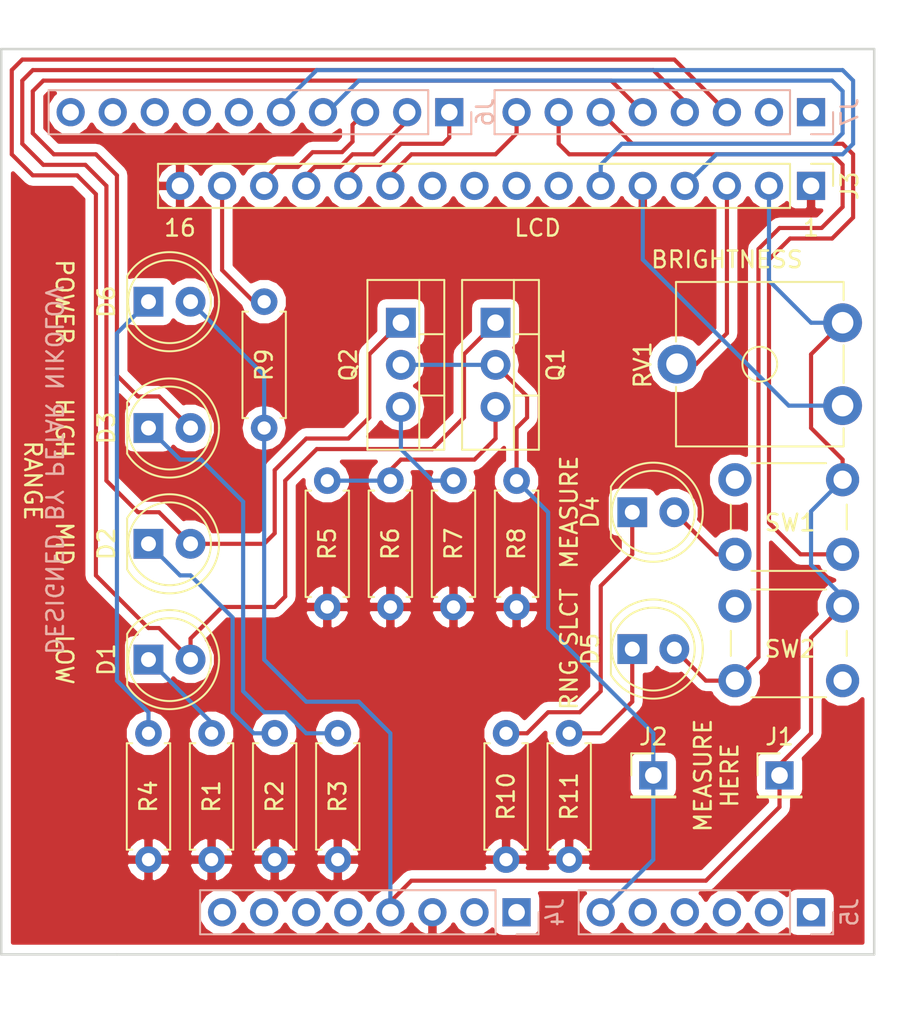
<source format=kicad_pcb>
(kicad_pcb (version 4) (host pcbnew 4.0.7-e2-6376~61~ubuntu18.04.1)

  (general
    (links 55)
    (no_connects 4)
    (area 128.194999 64.694999 181.050001 119.455001)
    (thickness 1.6)
    (drawings 18)
    (tracks 207)
    (zones 0)
    (modules 29)
    (nets 47)
  )

  (page A4)
  (title_block
    (title "Resistance Meter")
    (date 2018-07-17)
    (rev 1.2)
    (company "Petar Nikolov")
  )

  (layers
    (0 F.Cu signal)
    (31 B.Cu signal)
    (32 B.Adhes user)
    (33 F.Adhes user)
    (34 B.Paste user)
    (35 F.Paste user)
    (36 B.SilkS user)
    (37 F.SilkS user)
    (38 B.Mask user)
    (39 F.Mask user)
    (40 Dwgs.User user)
    (41 Cmts.User user)
    (42 Eco1.User user)
    (43 Eco2.User user)
    (44 Edge.Cuts user)
    (45 Margin user)
    (46 B.CrtYd user)
    (47 F.CrtYd user)
    (48 B.Fab user)
    (49 F.Fab user)
  )

  (setup
    (last_trace_width 0.25)
    (trace_clearance 0.25)
    (zone_clearance 0.508)
    (zone_45_only no)
    (trace_min 0.25)
    (segment_width 0.2)
    (edge_width 0.15)
    (via_size 0.6)
    (via_drill 0.4)
    (via_min_size 0.4)
    (via_min_drill 0.3)
    (uvia_size 0.3)
    (uvia_drill 0.1)
    (uvias_allowed no)
    (uvia_min_size 0.2)
    (uvia_min_drill 0.1)
    (pcb_text_width 0.3)
    (pcb_text_size 1.5 1.5)
    (mod_edge_width 0.15)
    (mod_text_size 1 1)
    (mod_text_width 0.15)
    (pad_size 1.7 1.7)
    (pad_drill 1)
    (pad_to_mask_clearance 0.2)
    (aux_axis_origin 0 0)
    (visible_elements FFFFFF7F)
    (pcbplotparams
      (layerselection 0x00030_80000001)
      (usegerberextensions false)
      (excludeedgelayer true)
      (linewidth 0.100000)
      (plotframeref false)
      (viasonmask false)
      (mode 1)
      (useauxorigin false)
      (hpglpennumber 1)
      (hpglpenspeed 20)
      (hpglpendiameter 15)
      (hpglpenoverlay 2)
      (psnegative false)
      (psa4output false)
      (plotreference true)
      (plotvalue true)
      (plotinvisibletext false)
      (padsonsilk false)
      (subtractmaskfromsilk false)
      (outputformat 1)
      (mirror false)
      (drillshape 1)
      (scaleselection 1)
      (outputdirectory ""))
  )

  (net 0 "")
  (net 1 /ANALOG_INPUT)
  (net 2 Earth)
  (net 3 +5V)
  (net 4 /b2)
  (net 5 /b3)
  (net 6 /b4)
  (net 7 /b5)
  (net 8 /b6)
  (net 9 /a11)
  (net 10 "Net-(D1-Pad1)")
  (net 11 "Net-(D2-Pad1)")
  (net 12 "Net-(D3-Pad1)")
  (net 13 "Net-(D4-Pad1)")
  (net 14 "Net-(D5-Pad1)")
  (net 15 "Net-(D6-Pad1)")
  (net 16 /a3)
  (net 17 /a4)
  (net 18 /a6)
  (net 19 /a12)
  (net 20 /a13)
  (net 21 /a14)
  (net 22 /a15)
  (net 23 "Net-(J3-Pad7)")
  (net 24 "Net-(J3-Pad8)")
  (net 25 "Net-(J3-Pad9)")
  (net 26 "Net-(J3-Pad10)")
  (net 27 "Net-(J4-Pad1)")
  (net 28 "Net-(J4-Pad2)")
  (net 29 "Net-(J4-Pad5)")
  (net 30 "Net-(J4-Pad6)")
  (net 31 "Net-(J4-Pad7)")
  (net 32 "Net-(J4-Pad8)")
  (net 33 "Net-(J5-Pad1)")
  (net 34 "Net-(J5-Pad2)")
  (net 35 "Net-(J5-Pad3)")
  (net 36 "Net-(J5-Pad4)")
  (net 37 "Net-(J5-Pad5)")
  (net 38 "Net-(J6-Pad6)")
  (net 39 "Net-(J6-Pad7)")
  (net 40 "Net-(J6-Pad8)")
  (net 41 "Net-(J6-Pad9)")
  (net 42 "Net-(J6-Pad10)")
  (net 43 "Net-(J7-Pad1)")
  (net 44 "Net-(J7-Pad2)")
  (net 45 "Net-(Q1-Pad3)")
  (net 46 "Net-(Q2-Pad3)")

  (net_class Default "This is the default net class."
    (clearance 0.25)
    (trace_width 0.25)
    (via_dia 0.6)
    (via_drill 0.4)
    (uvia_dia 0.3)
    (uvia_drill 0.1)
    (add_net +5V)
    (add_net /ANALOG_INPUT)
    (add_net /a11)
    (add_net /a12)
    (add_net /a13)
    (add_net /a14)
    (add_net /a15)
    (add_net /a3)
    (add_net /a4)
    (add_net /a6)
    (add_net /b2)
    (add_net /b3)
    (add_net /b4)
    (add_net /b5)
    (add_net /b6)
    (add_net Earth)
    (add_net "Net-(D1-Pad1)")
    (add_net "Net-(D2-Pad1)")
    (add_net "Net-(D3-Pad1)")
    (add_net "Net-(D4-Pad1)")
    (add_net "Net-(D5-Pad1)")
    (add_net "Net-(D6-Pad1)")
    (add_net "Net-(J3-Pad10)")
    (add_net "Net-(J3-Pad7)")
    (add_net "Net-(J3-Pad8)")
    (add_net "Net-(J3-Pad9)")
    (add_net "Net-(J4-Pad1)")
    (add_net "Net-(J4-Pad2)")
    (add_net "Net-(J4-Pad5)")
    (add_net "Net-(J4-Pad6)")
    (add_net "Net-(J4-Pad7)")
    (add_net "Net-(J4-Pad8)")
    (add_net "Net-(J5-Pad1)")
    (add_net "Net-(J5-Pad2)")
    (add_net "Net-(J5-Pad3)")
    (add_net "Net-(J5-Pad4)")
    (add_net "Net-(J5-Pad5)")
    (add_net "Net-(J6-Pad10)")
    (add_net "Net-(J6-Pad6)")
    (add_net "Net-(J6-Pad7)")
    (add_net "Net-(J6-Pad8)")
    (add_net "Net-(J6-Pad9)")
    (add_net "Net-(J7-Pad1)")
    (add_net "Net-(J7-Pad2)")
    (add_net "Net-(Q1-Pad3)")
    (add_net "Net-(Q2-Pad3)")
  )

  (module TO_SOT_Packages_THT:TO-220-3_Vertical (layer F.Cu) (tedit 58CE52AD) (tstamp 5B55A397)
    (at 158.115 81.28 270)
    (descr "TO-220-3, Vertical, RM 2.54mm")
    (tags "TO-220-3 Vertical RM 2.54mm")
    (path /5B3E36A6)
    (fp_text reference Q1 (at 2.54 -3.62 270) (layer F.SilkS)
      (effects (font (size 1 1) (thickness 0.15)))
    )
    (fp_text value IRF540N (at 2.54 3.92 270) (layer F.Fab)
      (effects (font (size 1 1) (thickness 0.15)))
    )
    (fp_text user %R (at 2.54 -3.62 270) (layer F.Fab)
      (effects (font (size 1 1) (thickness 0.15)))
    )
    (fp_line (start -2.46 -2.5) (end -2.46 1.9) (layer F.Fab) (width 0.1))
    (fp_line (start -2.46 1.9) (end 7.54 1.9) (layer F.Fab) (width 0.1))
    (fp_line (start 7.54 1.9) (end 7.54 -2.5) (layer F.Fab) (width 0.1))
    (fp_line (start 7.54 -2.5) (end -2.46 -2.5) (layer F.Fab) (width 0.1))
    (fp_line (start -2.46 -1.23) (end 7.54 -1.23) (layer F.Fab) (width 0.1))
    (fp_line (start 0.69 -2.5) (end 0.69 -1.23) (layer F.Fab) (width 0.1))
    (fp_line (start 4.39 -2.5) (end 4.39 -1.23) (layer F.Fab) (width 0.1))
    (fp_line (start -2.58 -2.62) (end 7.66 -2.62) (layer F.SilkS) (width 0.12))
    (fp_line (start -2.58 2.021) (end 7.66 2.021) (layer F.SilkS) (width 0.12))
    (fp_line (start -2.58 -2.62) (end -2.58 2.021) (layer F.SilkS) (width 0.12))
    (fp_line (start 7.66 -2.62) (end 7.66 2.021) (layer F.SilkS) (width 0.12))
    (fp_line (start -2.58 -1.11) (end 7.66 -1.11) (layer F.SilkS) (width 0.12))
    (fp_line (start 0.69 -2.62) (end 0.69 -1.11) (layer F.SilkS) (width 0.12))
    (fp_line (start 4.391 -2.62) (end 4.391 -1.11) (layer F.SilkS) (width 0.12))
    (fp_line (start -2.71 -2.75) (end -2.71 2.16) (layer F.CrtYd) (width 0.05))
    (fp_line (start -2.71 2.16) (end 7.79 2.16) (layer F.CrtYd) (width 0.05))
    (fp_line (start 7.79 2.16) (end 7.79 -2.75) (layer F.CrtYd) (width 0.05))
    (fp_line (start 7.79 -2.75) (end -2.71 -2.75) (layer F.CrtYd) (width 0.05))
    (pad 1 thru_hole rect (at 0 0 270) (size 1.8 1.8) (drill 1) (layers *.Cu *.Mask)
      (net 4 /b2))
    (pad 2 thru_hole oval (at 2.54 0 270) (size 1.8 1.8) (drill 1) (layers *.Cu *.Mask)
      (net 1 /ANALOG_INPUT))
    (pad 3 thru_hole oval (at 5.08 0 270) (size 1.8 1.8) (drill 1) (layers *.Cu *.Mask)
      (net 45 "Net-(Q1-Pad3)"))
    (model ${KISYS3DMOD}/TO_SOT_Packages_THT.3dshapes/TO-220-3_Vertical.wrl
      (at (xyz 0.1 0 0))
      (scale (xyz 0.393701 0.393701 0.393701))
      (rotate (xyz 0 0 0))
    )
  )

  (module LEDs:LED_D5.0mm (layer F.Cu) (tedit 5B55BC9F) (tstamp 5B55A30C)
    (at 137.16 101.6)
    (descr "LED, diameter 5.0mm, 2 pins, http://cdn-reichelt.de/documents/datenblatt/A500/LL-504BC2E-009.pdf")
    (tags "LED diameter 5.0mm 2 pins")
    (path /5B3E4765)
    (fp_text reference D1 (at -2.54 0 90) (layer F.SilkS)
      (effects (font (size 1 1) (thickness 0.15)))
    )
    (fp_text value LED (at 1.27 3.96) (layer F.Fab)
      (effects (font (size 1 1) (thickness 0.15)))
    )
    (fp_arc (start 1.27 0) (end -1.23 -1.469694) (angle 299.1) (layer F.Fab) (width 0.1))
    (fp_arc (start 1.27 0) (end -1.29 -1.54483) (angle 148.9) (layer F.SilkS) (width 0.12))
    (fp_arc (start 1.27 0) (end -1.29 1.54483) (angle -148.9) (layer F.SilkS) (width 0.12))
    (fp_circle (center 1.27 0) (end 3.77 0) (layer F.Fab) (width 0.1))
    (fp_circle (center 1.27 0) (end 3.77 0) (layer F.SilkS) (width 0.12))
    (fp_line (start -1.23 -1.469694) (end -1.23 1.469694) (layer F.Fab) (width 0.1))
    (fp_line (start -1.29 -1.545) (end -1.29 1.545) (layer F.SilkS) (width 0.12))
    (fp_line (start -1.95 -3.25) (end -1.95 3.25) (layer F.CrtYd) (width 0.05))
    (fp_line (start -1.95 3.25) (end 4.5 3.25) (layer F.CrtYd) (width 0.05))
    (fp_line (start 4.5 3.25) (end 4.5 -3.25) (layer F.CrtYd) (width 0.05))
    (fp_line (start 4.5 -3.25) (end -1.95 -3.25) (layer F.CrtYd) (width 0.05))
    (fp_text user %R (at 1.25 0) (layer F.Fab)
      (effects (font (size 0.8 0.8) (thickness 0.2)))
    )
    (pad 1 thru_hole rect (at 0 0) (size 1.8 1.8) (drill 0.9) (layers *.Cu *.Mask)
      (net 10 "Net-(D1-Pad1)"))
    (pad 2 thru_hole circle (at 2.54 0) (size 1.8 1.8) (drill 0.9) (layers *.Cu *.Mask)
      (net 4 /b2))
    (model ${KISYS3DMOD}/LEDs.3dshapes/LED_D5.0mm.wrl
      (at (xyz 0 0 0))
      (scale (xyz 0.393701 0.393701 0.393701))
      (rotate (xyz 0 0 0))
    )
  )

  (module LEDs:LED_D5.0mm (layer F.Cu) (tedit 5B55BC98) (tstamp 5B55A312)
    (at 137.16 94.615)
    (descr "LED, diameter 5.0mm, 2 pins, http://cdn-reichelt.de/documents/datenblatt/A500/LL-504BC2E-009.pdf")
    (tags "LED diameter 5.0mm 2 pins")
    (path /5B3E4711)
    (fp_text reference D2 (at -2.54 0 90) (layer F.SilkS)
      (effects (font (size 1 1) (thickness 0.15)))
    )
    (fp_text value LED (at 1.27 3.96) (layer F.Fab)
      (effects (font (size 1 1) (thickness 0.15)))
    )
    (fp_arc (start 1.27 0) (end -1.23 -1.469694) (angle 299.1) (layer F.Fab) (width 0.1))
    (fp_arc (start 1.27 0) (end -1.29 -1.54483) (angle 148.9) (layer F.SilkS) (width 0.12))
    (fp_arc (start 1.27 0) (end -1.29 1.54483) (angle -148.9) (layer F.SilkS) (width 0.12))
    (fp_circle (center 1.27 0) (end 3.77 0) (layer F.Fab) (width 0.1))
    (fp_circle (center 1.27 0) (end 3.77 0) (layer F.SilkS) (width 0.12))
    (fp_line (start -1.23 -1.469694) (end -1.23 1.469694) (layer F.Fab) (width 0.1))
    (fp_line (start -1.29 -1.545) (end -1.29 1.545) (layer F.SilkS) (width 0.12))
    (fp_line (start -1.95 -3.25) (end -1.95 3.25) (layer F.CrtYd) (width 0.05))
    (fp_line (start -1.95 3.25) (end 4.5 3.25) (layer F.CrtYd) (width 0.05))
    (fp_line (start 4.5 3.25) (end 4.5 -3.25) (layer F.CrtYd) (width 0.05))
    (fp_line (start 4.5 -3.25) (end -1.95 -3.25) (layer F.CrtYd) (width 0.05))
    (fp_text user %R (at 1.25 0) (layer F.Fab)
      (effects (font (size 0.8 0.8) (thickness 0.2)))
    )
    (pad 1 thru_hole rect (at 0 0) (size 1.8 1.8) (drill 0.9) (layers *.Cu *.Mask)
      (net 11 "Net-(D2-Pad1)"))
    (pad 2 thru_hole circle (at 2.54 0) (size 1.8 1.8) (drill 0.9) (layers *.Cu *.Mask)
      (net 5 /b3))
    (model ${KISYS3DMOD}/LEDs.3dshapes/LED_D5.0mm.wrl
      (at (xyz 0 0 0))
      (scale (xyz 0.393701 0.393701 0.393701))
      (rotate (xyz 0 0 0))
    )
  )

  (module LEDs:LED_D5.0mm (layer F.Cu) (tedit 5B55BC92) (tstamp 5B55A318)
    (at 137.16 87.63)
    (descr "LED, diameter 5.0mm, 2 pins, http://cdn-reichelt.de/documents/datenblatt/A500/LL-504BC2E-009.pdf")
    (tags "LED diameter 5.0mm 2 pins")
    (path /5B3E453C)
    (fp_text reference D3 (at -2.54 0 270) (layer F.SilkS)
      (effects (font (size 1 1) (thickness 0.15)))
    )
    (fp_text value LED (at 1.27 3.96) (layer F.Fab)
      (effects (font (size 1 1) (thickness 0.15)))
    )
    (fp_arc (start 1.27 0) (end -1.23 -1.469694) (angle 299.1) (layer F.Fab) (width 0.1))
    (fp_arc (start 1.27 0) (end -1.29 -1.54483) (angle 148.9) (layer F.SilkS) (width 0.12))
    (fp_arc (start 1.27 0) (end -1.29 1.54483) (angle -148.9) (layer F.SilkS) (width 0.12))
    (fp_circle (center 1.27 0) (end 3.77 0) (layer F.Fab) (width 0.1))
    (fp_circle (center 1.27 0) (end 3.77 0) (layer F.SilkS) (width 0.12))
    (fp_line (start -1.23 -1.469694) (end -1.23 1.469694) (layer F.Fab) (width 0.1))
    (fp_line (start -1.29 -1.545) (end -1.29 1.545) (layer F.SilkS) (width 0.12))
    (fp_line (start -1.95 -3.25) (end -1.95 3.25) (layer F.CrtYd) (width 0.05))
    (fp_line (start -1.95 3.25) (end 4.5 3.25) (layer F.CrtYd) (width 0.05))
    (fp_line (start 4.5 3.25) (end 4.5 -3.25) (layer F.CrtYd) (width 0.05))
    (fp_line (start 4.5 -3.25) (end -1.95 -3.25) (layer F.CrtYd) (width 0.05))
    (fp_text user %R (at 1.25 0) (layer F.Fab)
      (effects (font (size 0.8 0.8) (thickness 0.2)))
    )
    (pad 1 thru_hole rect (at 0 0) (size 1.8 1.8) (drill 0.9) (layers *.Cu *.Mask)
      (net 12 "Net-(D3-Pad1)"))
    (pad 2 thru_hole circle (at 2.54 0) (size 1.8 1.8) (drill 0.9) (layers *.Cu *.Mask)
      (net 6 /b4))
    (model ${KISYS3DMOD}/LEDs.3dshapes/LED_D5.0mm.wrl
      (at (xyz 0 0 0))
      (scale (xyz 0.393701 0.393701 0.393701))
      (rotate (xyz 0 0 0))
    )
  )

  (module LEDs:LED_D5.0mm (layer F.Cu) (tedit 5B55BCDC) (tstamp 5B55A31E)
    (at 166.37 92.71)
    (descr "LED, diameter 5.0mm, 2 pins, http://cdn-reichelt.de/documents/datenblatt/A500/LL-504BC2E-009.pdf")
    (tags "LED diameter 5.0mm 2 pins")
    (path /5B3E8104)
    (fp_text reference D4 (at -2.54 0 90) (layer F.SilkS)
      (effects (font (size 1 1) (thickness 0.15)))
    )
    (fp_text value LED (at 1.27 3.96) (layer F.Fab)
      (effects (font (size 1 1) (thickness 0.15)))
    )
    (fp_arc (start 1.27 0) (end -1.23 -1.469694) (angle 299.1) (layer F.Fab) (width 0.1))
    (fp_arc (start 1.27 0) (end -1.29 -1.54483) (angle 148.9) (layer F.SilkS) (width 0.12))
    (fp_arc (start 1.27 0) (end -1.29 1.54483) (angle -148.9) (layer F.SilkS) (width 0.12))
    (fp_circle (center 1.27 0) (end 3.77 0) (layer F.Fab) (width 0.1))
    (fp_circle (center 1.27 0) (end 3.77 0) (layer F.SilkS) (width 0.12))
    (fp_line (start -1.23 -1.469694) (end -1.23 1.469694) (layer F.Fab) (width 0.1))
    (fp_line (start -1.29 -1.545) (end -1.29 1.545) (layer F.SilkS) (width 0.12))
    (fp_line (start -1.95 -3.25) (end -1.95 3.25) (layer F.CrtYd) (width 0.05))
    (fp_line (start -1.95 3.25) (end 4.5 3.25) (layer F.CrtYd) (width 0.05))
    (fp_line (start 4.5 3.25) (end 4.5 -3.25) (layer F.CrtYd) (width 0.05))
    (fp_line (start 4.5 -3.25) (end -1.95 -3.25) (layer F.CrtYd) (width 0.05))
    (fp_text user %R (at 1.25 0) (layer F.Fab)
      (effects (font (size 0.8 0.8) (thickness 0.2)))
    )
    (pad 1 thru_hole rect (at 0 0) (size 1.8 1.8) (drill 0.9) (layers *.Cu *.Mask)
      (net 13 "Net-(D4-Pad1)"))
    (pad 2 thru_hole circle (at 2.54 0) (size 1.8 1.8) (drill 0.9) (layers *.Cu *.Mask)
      (net 7 /b5))
    (model ${KISYS3DMOD}/LEDs.3dshapes/LED_D5.0mm.wrl
      (at (xyz 0 0 0))
      (scale (xyz 0.393701 0.393701 0.393701))
      (rotate (xyz 0 0 0))
    )
  )

  (module LEDs:LED_D5.0mm (layer F.Cu) (tedit 5B55BCE2) (tstamp 5B55A324)
    (at 166.37 100.965)
    (descr "LED, diameter 5.0mm, 2 pins, http://cdn-reichelt.de/documents/datenblatt/A500/LL-504BC2E-009.pdf")
    (tags "LED diameter 5.0mm 2 pins")
    (path /5B3E8177)
    (fp_text reference D5 (at -2.54 0 90) (layer F.SilkS)
      (effects (font (size 1 1) (thickness 0.15)))
    )
    (fp_text value LED (at 1.27 3.96) (layer F.Fab)
      (effects (font (size 1 1) (thickness 0.15)))
    )
    (fp_arc (start 1.27 0) (end -1.23 -1.469694) (angle 299.1) (layer F.Fab) (width 0.1))
    (fp_arc (start 1.27 0) (end -1.29 -1.54483) (angle 148.9) (layer F.SilkS) (width 0.12))
    (fp_arc (start 1.27 0) (end -1.29 1.54483) (angle -148.9) (layer F.SilkS) (width 0.12))
    (fp_circle (center 1.27 0) (end 3.77 0) (layer F.Fab) (width 0.1))
    (fp_circle (center 1.27 0) (end 3.77 0) (layer F.SilkS) (width 0.12))
    (fp_line (start -1.23 -1.469694) (end -1.23 1.469694) (layer F.Fab) (width 0.1))
    (fp_line (start -1.29 -1.545) (end -1.29 1.545) (layer F.SilkS) (width 0.12))
    (fp_line (start -1.95 -3.25) (end -1.95 3.25) (layer F.CrtYd) (width 0.05))
    (fp_line (start -1.95 3.25) (end 4.5 3.25) (layer F.CrtYd) (width 0.05))
    (fp_line (start 4.5 3.25) (end 4.5 -3.25) (layer F.CrtYd) (width 0.05))
    (fp_line (start 4.5 -3.25) (end -1.95 -3.25) (layer F.CrtYd) (width 0.05))
    (fp_text user %R (at 1.25 0) (layer F.Fab)
      (effects (font (size 0.8 0.8) (thickness 0.2)))
    )
    (pad 1 thru_hole rect (at 0 0) (size 1.8 1.8) (drill 0.9) (layers *.Cu *.Mask)
      (net 14 "Net-(D5-Pad1)"))
    (pad 2 thru_hole circle (at 2.54 0) (size 1.8 1.8) (drill 0.9) (layers *.Cu *.Mask)
      (net 8 /b6))
    (model ${KISYS3DMOD}/LEDs.3dshapes/LED_D5.0mm.wrl
      (at (xyz 0 0 0))
      (scale (xyz 0.393701 0.393701 0.393701))
      (rotate (xyz 0 0 0))
    )
  )

  (module LEDs:LED_D5.0mm (layer F.Cu) (tedit 5B55BCA6) (tstamp 5B55A32A)
    (at 137.16 80.01)
    (descr "LED, diameter 5.0mm, 2 pins, http://cdn-reichelt.de/documents/datenblatt/A500/LL-504BC2E-009.pdf")
    (tags "LED diameter 5.0mm 2 pins")
    (path /5B3E6341)
    (fp_text reference D6 (at -2.54 0 90) (layer F.SilkS)
      (effects (font (size 1 1) (thickness 0.15)))
    )
    (fp_text value LED (at 1.27 3.96) (layer F.Fab)
      (effects (font (size 1 1) (thickness 0.15)))
    )
    (fp_arc (start 1.27 0) (end -1.23 -1.469694) (angle 299.1) (layer F.Fab) (width 0.1))
    (fp_arc (start 1.27 0) (end -1.29 -1.54483) (angle 148.9) (layer F.SilkS) (width 0.12))
    (fp_arc (start 1.27 0) (end -1.29 1.54483) (angle -148.9) (layer F.SilkS) (width 0.12))
    (fp_circle (center 1.27 0) (end 3.77 0) (layer F.Fab) (width 0.1))
    (fp_circle (center 1.27 0) (end 3.77 0) (layer F.SilkS) (width 0.12))
    (fp_line (start -1.23 -1.469694) (end -1.23 1.469694) (layer F.Fab) (width 0.1))
    (fp_line (start -1.29 -1.545) (end -1.29 1.545) (layer F.SilkS) (width 0.12))
    (fp_line (start -1.95 -3.25) (end -1.95 3.25) (layer F.CrtYd) (width 0.05))
    (fp_line (start -1.95 3.25) (end 4.5 3.25) (layer F.CrtYd) (width 0.05))
    (fp_line (start 4.5 3.25) (end 4.5 -3.25) (layer F.CrtYd) (width 0.05))
    (fp_line (start 4.5 -3.25) (end -1.95 -3.25) (layer F.CrtYd) (width 0.05))
    (fp_text user %R (at 1.25 0) (layer F.Fab)
      (effects (font (size 0.8 0.8) (thickness 0.2)))
    )
    (pad 1 thru_hole rect (at 0 0) (size 1.8 1.8) (drill 0.9) (layers *.Cu *.Mask)
      (net 15 "Net-(D6-Pad1)"))
    (pad 2 thru_hole circle (at 2.54 0) (size 1.8 1.8) (drill 0.9) (layers *.Cu *.Mask)
      (net 3 +5V))
    (model ${KISYS3DMOD}/LEDs.3dshapes/LED_D5.0mm.wrl
      (at (xyz 0 0 0))
      (scale (xyz 0.393701 0.393701 0.393701))
      (rotate (xyz 0 0 0))
    )
  )

  (module Socket_Strips:Socket_Strip_Straight_1x01_Pitch2.54mm (layer F.Cu) (tedit 58CD5446) (tstamp 5B55A347)
    (at 175.26 108.585)
    (descr "Through hole straight socket strip, 1x01, 2.54mm pitch, single row")
    (tags "Through hole socket strip THT 1x01 2.54mm single row")
    (path /5B4298B6)
    (fp_text reference J1 (at 0 -2.33) (layer F.SilkS)
      (effects (font (size 1 1) (thickness 0.15)))
    )
    (fp_text value Conn_01x01_Female (at 0 2.33) (layer F.Fab)
      (effects (font (size 1 1) (thickness 0.15)))
    )
    (fp_line (start -1.27 -1.27) (end -1.27 1.27) (layer F.Fab) (width 0.1))
    (fp_line (start -1.27 1.27) (end 1.27 1.27) (layer F.Fab) (width 0.1))
    (fp_line (start 1.27 1.27) (end 1.27 -1.27) (layer F.Fab) (width 0.1))
    (fp_line (start 1.27 -1.27) (end -1.27 -1.27) (layer F.Fab) (width 0.1))
    (fp_line (start -1.33 1.27) (end -1.33 1.33) (layer F.SilkS) (width 0.12))
    (fp_line (start -1.33 1.33) (end 1.33 1.33) (layer F.SilkS) (width 0.12))
    (fp_line (start 1.33 1.33) (end 1.33 1.27) (layer F.SilkS) (width 0.12))
    (fp_line (start 1.33 1.27) (end -1.33 1.27) (layer F.SilkS) (width 0.12))
    (fp_line (start -1.33 0) (end -1.33 -1.33) (layer F.SilkS) (width 0.12))
    (fp_line (start -1.33 -1.33) (end 0 -1.33) (layer F.SilkS) (width 0.12))
    (fp_line (start -1.8 -1.8) (end -1.8 1.8) (layer F.CrtYd) (width 0.05))
    (fp_line (start -1.8 1.8) (end 1.8 1.8) (layer F.CrtYd) (width 0.05))
    (fp_line (start 1.8 1.8) (end 1.8 -1.8) (layer F.CrtYd) (width 0.05))
    (fp_line (start 1.8 -1.8) (end -1.8 -1.8) (layer F.CrtYd) (width 0.05))
    (fp_text user %R (at 0 -2.33) (layer F.Fab)
      (effects (font (size 1 1) (thickness 0.15)))
    )
    (pad 1 thru_hole rect (at 0 0) (size 1.7 1.7) (drill 1) (layers *.Cu *.Mask)
      (net 3 +5V))
    (model ${KISYS3DMOD}/Socket_Strips.3dshapes/Socket_Strip_Straight_1x01_Pitch2.54mm.wrl
      (at (xyz 0 0 0))
      (scale (xyz 1 1 1))
      (rotate (xyz 0 0 270))
    )
  )

  (module Socket_Strips:Socket_Strip_Straight_1x01_Pitch2.54mm (layer F.Cu) (tedit 58CD5446) (tstamp 5B55A34C)
    (at 167.64 108.585)
    (descr "Through hole straight socket strip, 1x01, 2.54mm pitch, single row")
    (tags "Through hole socket strip THT 1x01 2.54mm single row")
    (path /5B429AB0)
    (fp_text reference J2 (at 0 -2.33) (layer F.SilkS)
      (effects (font (size 1 1) (thickness 0.15)))
    )
    (fp_text value Conn_01x01_Female (at 0 2.33) (layer F.Fab)
      (effects (font (size 1 1) (thickness 0.15)))
    )
    (fp_line (start -1.27 -1.27) (end -1.27 1.27) (layer F.Fab) (width 0.1))
    (fp_line (start -1.27 1.27) (end 1.27 1.27) (layer F.Fab) (width 0.1))
    (fp_line (start 1.27 1.27) (end 1.27 -1.27) (layer F.Fab) (width 0.1))
    (fp_line (start 1.27 -1.27) (end -1.27 -1.27) (layer F.Fab) (width 0.1))
    (fp_line (start -1.33 1.27) (end -1.33 1.33) (layer F.SilkS) (width 0.12))
    (fp_line (start -1.33 1.33) (end 1.33 1.33) (layer F.SilkS) (width 0.12))
    (fp_line (start 1.33 1.33) (end 1.33 1.27) (layer F.SilkS) (width 0.12))
    (fp_line (start 1.33 1.27) (end -1.33 1.27) (layer F.SilkS) (width 0.12))
    (fp_line (start -1.33 0) (end -1.33 -1.33) (layer F.SilkS) (width 0.12))
    (fp_line (start -1.33 -1.33) (end 0 -1.33) (layer F.SilkS) (width 0.12))
    (fp_line (start -1.8 -1.8) (end -1.8 1.8) (layer F.CrtYd) (width 0.05))
    (fp_line (start -1.8 1.8) (end 1.8 1.8) (layer F.CrtYd) (width 0.05))
    (fp_line (start 1.8 1.8) (end 1.8 -1.8) (layer F.CrtYd) (width 0.05))
    (fp_line (start 1.8 -1.8) (end -1.8 -1.8) (layer F.CrtYd) (width 0.05))
    (fp_text user %R (at 0 -2.33) (layer F.Fab)
      (effects (font (size 1 1) (thickness 0.15)))
    )
    (pad 1 thru_hole rect (at 0 0) (size 1.7 1.7) (drill 1) (layers *.Cu *.Mask)
      (net 1 /ANALOG_INPUT))
    (model ${KISYS3DMOD}/Socket_Strips.3dshapes/Socket_Strip_Straight_1x01_Pitch2.54mm.wrl
      (at (xyz 0 0 0))
      (scale (xyz 1 1 1))
      (rotate (xyz 0 0 270))
    )
  )

  (module Socket_Strips:Socket_Strip_Straight_1x16_Pitch2.54mm (layer F.Cu) (tedit 58CD5446) (tstamp 5B55A360)
    (at 177.165 73.025 270)
    (descr "Through hole straight socket strip, 1x16, 2.54mm pitch, single row")
    (tags "Through hole socket strip THT 1x16 2.54mm single row")
    (path /5B4359E7)
    (fp_text reference J3 (at 0 -2.33 270) (layer F.SilkS)
      (effects (font (size 1 1) (thickness 0.15)))
    )
    (fp_text value Conn_01x16_Female (at 0 40.43 270) (layer F.Fab)
      (effects (font (size 1 1) (thickness 0.15)))
    )
    (fp_line (start -1.27 -1.27) (end -1.27 39.37) (layer F.Fab) (width 0.1))
    (fp_line (start -1.27 39.37) (end 1.27 39.37) (layer F.Fab) (width 0.1))
    (fp_line (start 1.27 39.37) (end 1.27 -1.27) (layer F.Fab) (width 0.1))
    (fp_line (start 1.27 -1.27) (end -1.27 -1.27) (layer F.Fab) (width 0.1))
    (fp_line (start -1.33 1.27) (end -1.33 39.43) (layer F.SilkS) (width 0.12))
    (fp_line (start -1.33 39.43) (end 1.33 39.43) (layer F.SilkS) (width 0.12))
    (fp_line (start 1.33 39.43) (end 1.33 1.27) (layer F.SilkS) (width 0.12))
    (fp_line (start 1.33 1.27) (end -1.33 1.27) (layer F.SilkS) (width 0.12))
    (fp_line (start -1.33 0) (end -1.33 -1.33) (layer F.SilkS) (width 0.12))
    (fp_line (start -1.33 -1.33) (end 0 -1.33) (layer F.SilkS) (width 0.12))
    (fp_line (start -1.8 -1.8) (end -1.8 39.9) (layer F.CrtYd) (width 0.05))
    (fp_line (start -1.8 39.9) (end 1.8 39.9) (layer F.CrtYd) (width 0.05))
    (fp_line (start 1.8 39.9) (end 1.8 -1.8) (layer F.CrtYd) (width 0.05))
    (fp_line (start 1.8 -1.8) (end -1.8 -1.8) (layer F.CrtYd) (width 0.05))
    (fp_text user %R (at 0 -2.33 270) (layer F.Fab)
      (effects (font (size 1 1) (thickness 0.15)))
    )
    (pad 1 thru_hole rect (at 0 0 270) (size 1.7 1.7) (drill 1) (layers *.Cu *.Mask)
      (net 2 Earth))
    (pad 2 thru_hole oval (at 0 2.54 270) (size 1.7 1.7) (drill 1) (layers *.Cu *.Mask)
      (net 3 +5V))
    (pad 3 thru_hole oval (at 0 5.08 270) (size 1.7 1.7) (drill 1) (layers *.Cu *.Mask)
      (net 16 /a3))
    (pad 4 thru_hole oval (at 0 7.62 270) (size 1.7 1.7) (drill 1) (layers *.Cu *.Mask)
      (net 17 /a4))
    (pad 5 thru_hole oval (at 0 10.16 270) (size 1.7 1.7) (drill 1) (layers *.Cu *.Mask)
      (net 2 Earth))
    (pad 6 thru_hole oval (at 0 12.7 270) (size 1.7 1.7) (drill 1) (layers *.Cu *.Mask)
      (net 18 /a6))
    (pad 7 thru_hole oval (at 0 15.24 270) (size 1.7 1.7) (drill 1) (layers *.Cu *.Mask)
      (net 23 "Net-(J3-Pad7)"))
    (pad 8 thru_hole oval (at 0 17.78 270) (size 1.7 1.7) (drill 1) (layers *.Cu *.Mask)
      (net 24 "Net-(J3-Pad8)"))
    (pad 9 thru_hole oval (at 0 20.32 270) (size 1.7 1.7) (drill 1) (layers *.Cu *.Mask)
      (net 25 "Net-(J3-Pad9)"))
    (pad 10 thru_hole oval (at 0 22.86 270) (size 1.7 1.7) (drill 1) (layers *.Cu *.Mask)
      (net 26 "Net-(J3-Pad10)"))
    (pad 11 thru_hole oval (at 0 25.4 270) (size 1.7 1.7) (drill 1) (layers *.Cu *.Mask)
      (net 9 /a11))
    (pad 12 thru_hole oval (at 0 27.94 270) (size 1.7 1.7) (drill 1) (layers *.Cu *.Mask)
      (net 19 /a12))
    (pad 13 thru_hole oval (at 0 30.48 270) (size 1.7 1.7) (drill 1) (layers *.Cu *.Mask)
      (net 20 /a13))
    (pad 14 thru_hole oval (at 0 33.02 270) (size 1.7 1.7) (drill 1) (layers *.Cu *.Mask)
      (net 21 /a14))
    (pad 15 thru_hole oval (at 0 35.56 270) (size 1.7 1.7) (drill 1) (layers *.Cu *.Mask)
      (net 22 /a15))
    (pad 16 thru_hole oval (at 0 38.1 270) (size 1.7 1.7) (drill 1) (layers *.Cu *.Mask)
      (net 2 Earth))
    (model ${KISYS3DMOD}/Socket_Strips.3dshapes/Socket_Strip_Straight_1x16_Pitch2.54mm.wrl
      (at (xyz 0 -0.75 0))
      (scale (xyz 1 1 1))
      (rotate (xyz 0 0 270))
    )
  )

  (module Pin_Headers:Pin_Header_Straight_1x08_Pitch2.54mm (layer B.Cu) (tedit 59650532) (tstamp 5B55A36C)
    (at 159.385 116.84 90)
    (descr "Through hole straight pin header, 1x08, 2.54mm pitch, single row")
    (tags "Through hole pin header THT 1x08 2.54mm single row")
    (path /5B43F703)
    (fp_text reference J4 (at 0 2.33 90) (layer B.SilkS)
      (effects (font (size 1 1) (thickness 0.15)) (justify mirror))
    )
    (fp_text value Conn_01x08_Male (at 0 -20.11 90) (layer B.Fab)
      (effects (font (size 1 1) (thickness 0.15)) (justify mirror))
    )
    (fp_line (start -0.635 1.27) (end 1.27 1.27) (layer B.Fab) (width 0.1))
    (fp_line (start 1.27 1.27) (end 1.27 -19.05) (layer B.Fab) (width 0.1))
    (fp_line (start 1.27 -19.05) (end -1.27 -19.05) (layer B.Fab) (width 0.1))
    (fp_line (start -1.27 -19.05) (end -1.27 0.635) (layer B.Fab) (width 0.1))
    (fp_line (start -1.27 0.635) (end -0.635 1.27) (layer B.Fab) (width 0.1))
    (fp_line (start -1.33 -19.11) (end 1.33 -19.11) (layer B.SilkS) (width 0.12))
    (fp_line (start -1.33 -1.27) (end -1.33 -19.11) (layer B.SilkS) (width 0.12))
    (fp_line (start 1.33 -1.27) (end 1.33 -19.11) (layer B.SilkS) (width 0.12))
    (fp_line (start -1.33 -1.27) (end 1.33 -1.27) (layer B.SilkS) (width 0.12))
    (fp_line (start -1.33 0) (end -1.33 1.33) (layer B.SilkS) (width 0.12))
    (fp_line (start -1.33 1.33) (end 0 1.33) (layer B.SilkS) (width 0.12))
    (fp_line (start -1.8 1.8) (end -1.8 -19.55) (layer B.CrtYd) (width 0.05))
    (fp_line (start -1.8 -19.55) (end 1.8 -19.55) (layer B.CrtYd) (width 0.05))
    (fp_line (start 1.8 -19.55) (end 1.8 1.8) (layer B.CrtYd) (width 0.05))
    (fp_line (start 1.8 1.8) (end -1.8 1.8) (layer B.CrtYd) (width 0.05))
    (fp_text user %R (at 0 -8.89 360) (layer B.Fab)
      (effects (font (size 1 1) (thickness 0.15)) (justify mirror))
    )
    (pad 1 thru_hole rect (at 0 0 90) (size 1.7 1.7) (drill 1) (layers *.Cu *.Mask)
      (net 27 "Net-(J4-Pad1)"))
    (pad 2 thru_hole oval (at 0 -2.54 90) (size 1.7 1.7) (drill 1) (layers *.Cu *.Mask)
      (net 28 "Net-(J4-Pad2)"))
    (pad 3 thru_hole oval (at 0 -5.08 90) (size 1.7 1.7) (drill 1) (layers *.Cu *.Mask)
      (net 2 Earth))
    (pad 4 thru_hole oval (at 0 -7.62 90) (size 1.7 1.7) (drill 1) (layers *.Cu *.Mask)
      (net 3 +5V))
    (pad 5 thru_hole oval (at 0 -10.16 90) (size 1.7 1.7) (drill 1) (layers *.Cu *.Mask)
      (net 29 "Net-(J4-Pad5)"))
    (pad 6 thru_hole oval (at 0 -12.7 90) (size 1.7 1.7) (drill 1) (layers *.Cu *.Mask)
      (net 30 "Net-(J4-Pad6)"))
    (pad 7 thru_hole oval (at 0 -15.24 90) (size 1.7 1.7) (drill 1) (layers *.Cu *.Mask)
      (net 31 "Net-(J4-Pad7)"))
    (pad 8 thru_hole oval (at 0 -17.78 90) (size 1.7 1.7) (drill 1) (layers *.Cu *.Mask)
      (net 32 "Net-(J4-Pad8)"))
    (model ${KISYS3DMOD}/Pin_Headers.3dshapes/Pin_Header_Straight_1x08_Pitch2.54mm.wrl
      (at (xyz 0 0 0))
      (scale (xyz 1 1 1))
      (rotate (xyz 0 0 0))
    )
  )

  (module Pin_Headers:Pin_Header_Straight_1x06_Pitch2.54mm (layer B.Cu) (tedit 59650532) (tstamp 5B55A376)
    (at 177.165 116.84 90)
    (descr "Through hole straight pin header, 1x06, 2.54mm pitch, single row")
    (tags "Through hole pin header THT 1x06 2.54mm single row")
    (path /5B43F036)
    (fp_text reference J5 (at 0 2.33 90) (layer B.SilkS)
      (effects (font (size 1 1) (thickness 0.15)) (justify mirror))
    )
    (fp_text value Conn_01x06_Male (at 0 -15.03 90) (layer B.Fab)
      (effects (font (size 1 1) (thickness 0.15)) (justify mirror))
    )
    (fp_line (start -0.635 1.27) (end 1.27 1.27) (layer B.Fab) (width 0.1))
    (fp_line (start 1.27 1.27) (end 1.27 -13.97) (layer B.Fab) (width 0.1))
    (fp_line (start 1.27 -13.97) (end -1.27 -13.97) (layer B.Fab) (width 0.1))
    (fp_line (start -1.27 -13.97) (end -1.27 0.635) (layer B.Fab) (width 0.1))
    (fp_line (start -1.27 0.635) (end -0.635 1.27) (layer B.Fab) (width 0.1))
    (fp_line (start -1.33 -14.03) (end 1.33 -14.03) (layer B.SilkS) (width 0.12))
    (fp_line (start -1.33 -1.27) (end -1.33 -14.03) (layer B.SilkS) (width 0.12))
    (fp_line (start 1.33 -1.27) (end 1.33 -14.03) (layer B.SilkS) (width 0.12))
    (fp_line (start -1.33 -1.27) (end 1.33 -1.27) (layer B.SilkS) (width 0.12))
    (fp_line (start -1.33 0) (end -1.33 1.33) (layer B.SilkS) (width 0.12))
    (fp_line (start -1.33 1.33) (end 0 1.33) (layer B.SilkS) (width 0.12))
    (fp_line (start -1.8 1.8) (end -1.8 -14.5) (layer B.CrtYd) (width 0.05))
    (fp_line (start -1.8 -14.5) (end 1.8 -14.5) (layer B.CrtYd) (width 0.05))
    (fp_line (start 1.8 -14.5) (end 1.8 1.8) (layer B.CrtYd) (width 0.05))
    (fp_line (start 1.8 1.8) (end -1.8 1.8) (layer B.CrtYd) (width 0.05))
    (fp_text user %R (at 0 -6.35 360) (layer B.Fab)
      (effects (font (size 1 1) (thickness 0.15)) (justify mirror))
    )
    (pad 1 thru_hole rect (at 0 0 90) (size 1.7 1.7) (drill 1) (layers *.Cu *.Mask)
      (net 33 "Net-(J5-Pad1)"))
    (pad 2 thru_hole oval (at 0 -2.54 90) (size 1.7 1.7) (drill 1) (layers *.Cu *.Mask)
      (net 34 "Net-(J5-Pad2)"))
    (pad 3 thru_hole oval (at 0 -5.08 90) (size 1.7 1.7) (drill 1) (layers *.Cu *.Mask)
      (net 35 "Net-(J5-Pad3)"))
    (pad 4 thru_hole oval (at 0 -7.62 90) (size 1.7 1.7) (drill 1) (layers *.Cu *.Mask)
      (net 36 "Net-(J5-Pad4)"))
    (pad 5 thru_hole oval (at 0 -10.16 90) (size 1.7 1.7) (drill 1) (layers *.Cu *.Mask)
      (net 37 "Net-(J5-Pad5)"))
    (pad 6 thru_hole oval (at 0 -12.7 90) (size 1.7 1.7) (drill 1) (layers *.Cu *.Mask)
      (net 1 /ANALOG_INPUT))
    (model ${KISYS3DMOD}/Pin_Headers.3dshapes/Pin_Header_Straight_1x06_Pitch2.54mm.wrl
      (at (xyz 0 0 0))
      (scale (xyz 1 1 1))
      (rotate (xyz 0 0 0))
    )
  )

  (module Pin_Headers:Pin_Header_Straight_1x10_Pitch2.54mm (layer B.Cu) (tedit 5B55BD63) (tstamp 5B55A384)
    (at 155.321 68.58 90)
    (descr "Through hole straight pin header, 1x10, 2.54mm pitch, single row")
    (tags "Through hole pin header THT 1x10 2.54mm single row")
    (path /5B43E804)
    (fp_text reference J6 (at 0 2.159 90) (layer B.SilkS)
      (effects (font (size 1 1) (thickness 0.15)) (justify mirror))
    )
    (fp_text value Conn_01x10_Male (at 0 -25.19 90) (layer B.Fab)
      (effects (font (size 1 1) (thickness 0.15)) (justify mirror))
    )
    (fp_line (start -0.635 1.27) (end 1.27 1.27) (layer B.Fab) (width 0.1))
    (fp_line (start 1.27 1.27) (end 1.27 -24.13) (layer B.Fab) (width 0.1))
    (fp_line (start 1.27 -24.13) (end -1.27 -24.13) (layer B.Fab) (width 0.1))
    (fp_line (start -1.27 -24.13) (end -1.27 0.635) (layer B.Fab) (width 0.1))
    (fp_line (start -1.27 0.635) (end -0.635 1.27) (layer B.Fab) (width 0.1))
    (fp_line (start -1.33 -24.19) (end 1.33 -24.19) (layer B.SilkS) (width 0.12))
    (fp_line (start -1.33 -1.27) (end -1.33 -24.19) (layer B.SilkS) (width 0.12))
    (fp_line (start 1.33 -1.27) (end 1.33 -24.19) (layer B.SilkS) (width 0.12))
    (fp_line (start -1.33 -1.27) (end 1.33 -1.27) (layer B.SilkS) (width 0.12))
    (fp_line (start -1.33 0) (end -1.33 1.33) (layer B.SilkS) (width 0.12))
    (fp_line (start -1.33 1.33) (end 0 1.33) (layer B.SilkS) (width 0.12))
    (fp_line (start -1.8 1.8) (end -1.8 -24.65) (layer B.CrtYd) (width 0.05))
    (fp_line (start -1.8 -24.65) (end 1.8 -24.65) (layer B.CrtYd) (width 0.05))
    (fp_line (start 1.8 -24.65) (end 1.8 1.8) (layer B.CrtYd) (width 0.05))
    (fp_line (start 1.8 1.8) (end -1.8 1.8) (layer B.CrtYd) (width 0.05))
    (fp_text user %R (at 0 -11.43 360) (layer B.Fab)
      (effects (font (size 1 1) (thickness 0.15)) (justify mirror))
    )
    (pad 1 thru_hole rect (at 0 0 90) (size 1.7 1.7) (drill 1) (layers *.Cu *.Mask)
      (net 19 /a12))
    (pad 2 thru_hole oval (at 0 -2.54 90) (size 1.7 1.7) (drill 1) (layers *.Cu *.Mask)
      (net 20 /a13))
    (pad 3 thru_hole oval (at 0 -5.08 90) (size 1.7 1.7) (drill 1) (layers *.Cu *.Mask)
      (net 21 /a14))
    (pad 4 thru_hole oval (at 0 -7.62 90) (size 1.7 1.7) (drill 1) (layers *.Cu *.Mask)
      (net 18 /a6))
    (pad 5 thru_hole oval (at 0 -10.16 90) (size 1.7 1.7) (drill 1) (layers *.Cu *.Mask)
      (net 17 /a4))
    (pad 6 thru_hole oval (at 0 -12.7 90) (size 1.7 1.7) (drill 1) (layers *.Cu *.Mask)
      (net 38 "Net-(J6-Pad6)"))
    (pad 7 thru_hole oval (at 0 -15.24 90) (size 1.7 1.7) (drill 1) (layers *.Cu *.Mask)
      (net 39 "Net-(J6-Pad7)"))
    (pad 8 thru_hole oval (at 0 -17.78 90) (size 1.7 1.7) (drill 1) (layers *.Cu *.Mask)
      (net 40 "Net-(J6-Pad8)"))
    (pad 9 thru_hole oval (at 0 -20.32 90) (size 1.7 1.7) (drill 1) (layers *.Cu *.Mask)
      (net 41 "Net-(J6-Pad9)"))
    (pad 10 thru_hole oval (at 0 -22.86 90) (size 1.7 1.7) (drill 1) (layers *.Cu *.Mask)
      (net 42 "Net-(J6-Pad10)"))
    (model ${KISYS3DMOD}/Pin_Headers.3dshapes/Pin_Header_Straight_1x10_Pitch2.54mm.wrl
      (at (xyz 0 0 0))
      (scale (xyz 1 1 1))
      (rotate (xyz 0 0 0))
    )
  )

  (module Pin_Headers:Pin_Header_Straight_1x08_Pitch2.54mm (layer B.Cu) (tedit 59650532) (tstamp 5B55A390)
    (at 177.165 68.58 90)
    (descr "Through hole straight pin header, 1x08, 2.54mm pitch, single row")
    (tags "Through hole pin header THT 1x08 2.54mm single row")
    (path /5B43DDA9)
    (fp_text reference J7 (at 0 2.33 90) (layer B.SilkS)
      (effects (font (size 1 1) (thickness 0.15)) (justify mirror))
    )
    (fp_text value Conn_01x08_Male (at 0 -20.11 90) (layer B.Fab)
      (effects (font (size 1 1) (thickness 0.15)) (justify mirror))
    )
    (fp_line (start -0.635 1.27) (end 1.27 1.27) (layer B.Fab) (width 0.1))
    (fp_line (start 1.27 1.27) (end 1.27 -19.05) (layer B.Fab) (width 0.1))
    (fp_line (start 1.27 -19.05) (end -1.27 -19.05) (layer B.Fab) (width 0.1))
    (fp_line (start -1.27 -19.05) (end -1.27 0.635) (layer B.Fab) (width 0.1))
    (fp_line (start -1.27 0.635) (end -0.635 1.27) (layer B.Fab) (width 0.1))
    (fp_line (start -1.33 -19.11) (end 1.33 -19.11) (layer B.SilkS) (width 0.12))
    (fp_line (start -1.33 -1.27) (end -1.33 -19.11) (layer B.SilkS) (width 0.12))
    (fp_line (start 1.33 -1.27) (end 1.33 -19.11) (layer B.SilkS) (width 0.12))
    (fp_line (start -1.33 -1.27) (end 1.33 -1.27) (layer B.SilkS) (width 0.12))
    (fp_line (start -1.33 0) (end -1.33 1.33) (layer B.SilkS) (width 0.12))
    (fp_line (start -1.33 1.33) (end 0 1.33) (layer B.SilkS) (width 0.12))
    (fp_line (start -1.8 1.8) (end -1.8 -19.55) (layer B.CrtYd) (width 0.05))
    (fp_line (start -1.8 -19.55) (end 1.8 -19.55) (layer B.CrtYd) (width 0.05))
    (fp_line (start 1.8 -19.55) (end 1.8 1.8) (layer B.CrtYd) (width 0.05))
    (fp_line (start 1.8 1.8) (end -1.8 1.8) (layer B.CrtYd) (width 0.05))
    (fp_text user %R (at 0 -8.89 360) (layer B.Fab)
      (effects (font (size 1 1) (thickness 0.15)) (justify mirror))
    )
    (pad 1 thru_hole rect (at 0 0 90) (size 1.7 1.7) (drill 1) (layers *.Cu *.Mask)
      (net 43 "Net-(J7-Pad1)"))
    (pad 2 thru_hole oval (at 0 -2.54 90) (size 1.7 1.7) (drill 1) (layers *.Cu *.Mask)
      (net 44 "Net-(J7-Pad2)"))
    (pad 3 thru_hole oval (at 0 -5.08 90) (size 1.7 1.7) (drill 1) (layers *.Cu *.Mask)
      (net 4 /b2))
    (pad 4 thru_hole oval (at 0 -7.62 90) (size 1.7 1.7) (drill 1) (layers *.Cu *.Mask)
      (net 5 /b3))
    (pad 5 thru_hole oval (at 0 -10.16 90) (size 1.7 1.7) (drill 1) (layers *.Cu *.Mask)
      (net 6 /b4))
    (pad 6 thru_hole oval (at 0 -12.7 90) (size 1.7 1.7) (drill 1) (layers *.Cu *.Mask)
      (net 7 /b5))
    (pad 7 thru_hole oval (at 0 -15.24 90) (size 1.7 1.7) (drill 1) (layers *.Cu *.Mask)
      (net 8 /b6))
    (pad 8 thru_hole oval (at 0 -17.78 90) (size 1.7 1.7) (drill 1) (layers *.Cu *.Mask)
      (net 9 /a11))
    (model ${KISYS3DMOD}/Pin_Headers.3dshapes/Pin_Header_Straight_1x08_Pitch2.54mm.wrl
      (at (xyz 0 0 0))
      (scale (xyz 1 1 1))
      (rotate (xyz 0 0 0))
    )
  )

  (module TO_SOT_Packages_THT:TO-220-3_Vertical (layer F.Cu) (tedit 5B55BC58) (tstamp 5B55A39E)
    (at 152.4 81.28 270)
    (descr "TO-220-3, Vertical, RM 2.54mm")
    (tags "TO-220-3 Vertical RM 2.54mm")
    (path /5B3E365D)
    (fp_text reference Q2 (at 2.54 3.175 270) (layer F.SilkS)
      (effects (font (size 1 1) (thickness 0.15)))
    )
    (fp_text value IRF540N (at 2.54 3.92 270) (layer F.Fab)
      (effects (font (size 1 1) (thickness 0.15)))
    )
    (fp_text user %R (at 2.54 3.175 270) (layer F.Fab)
      (effects (font (size 1 1) (thickness 0.15)))
    )
    (fp_line (start -2.46 -2.5) (end -2.46 1.9) (layer F.Fab) (width 0.1))
    (fp_line (start -2.46 1.9) (end 7.54 1.9) (layer F.Fab) (width 0.1))
    (fp_line (start 7.54 1.9) (end 7.54 -2.5) (layer F.Fab) (width 0.1))
    (fp_line (start 7.54 -2.5) (end -2.46 -2.5) (layer F.Fab) (width 0.1))
    (fp_line (start -2.46 -1.23) (end 7.54 -1.23) (layer F.Fab) (width 0.1))
    (fp_line (start 0.69 -2.5) (end 0.69 -1.23) (layer F.Fab) (width 0.1))
    (fp_line (start 4.39 -2.5) (end 4.39 -1.23) (layer F.Fab) (width 0.1))
    (fp_line (start -2.58 -2.62) (end 7.66 -2.62) (layer F.SilkS) (width 0.12))
    (fp_line (start -2.58 2.021) (end 7.66 2.021) (layer F.SilkS) (width 0.12))
    (fp_line (start -2.58 -2.62) (end -2.58 2.021) (layer F.SilkS) (width 0.12))
    (fp_line (start 7.66 -2.62) (end 7.66 2.021) (layer F.SilkS) (width 0.12))
    (fp_line (start -2.58 -1.11) (end 7.66 -1.11) (layer F.SilkS) (width 0.12))
    (fp_line (start 0.69 -2.62) (end 0.69 -1.11) (layer F.SilkS) (width 0.12))
    (fp_line (start 4.391 -2.62) (end 4.391 -1.11) (layer F.SilkS) (width 0.12))
    (fp_line (start -2.71 -2.75) (end -2.71 2.16) (layer F.CrtYd) (width 0.05))
    (fp_line (start -2.71 2.16) (end 7.79 2.16) (layer F.CrtYd) (width 0.05))
    (fp_line (start 7.79 2.16) (end 7.79 -2.75) (layer F.CrtYd) (width 0.05))
    (fp_line (start 7.79 -2.75) (end -2.71 -2.75) (layer F.CrtYd) (width 0.05))
    (pad 1 thru_hole rect (at 0 0 270) (size 1.8 1.8) (drill 1) (layers *.Cu *.Mask)
      (net 5 /b3))
    (pad 2 thru_hole oval (at 2.54 0 270) (size 1.8 1.8) (drill 1) (layers *.Cu *.Mask)
      (net 1 /ANALOG_INPUT))
    (pad 3 thru_hole oval (at 5.08 0 270) (size 1.8 1.8) (drill 1) (layers *.Cu *.Mask)
      (net 46 "Net-(Q2-Pad3)"))
    (model ${KISYS3DMOD}/TO_SOT_Packages_THT.3dshapes/TO-220-3_Vertical.wrl
      (at (xyz 0.1 0 0))
      (scale (xyz 0.393701 0.393701 0.393701))
      (rotate (xyz 0 0 0))
    )
  )

  (module Resistors_THT:R_Axial_DIN0207_L6.3mm_D2.5mm_P7.62mm_Horizontal (layer F.Cu) (tedit 5B55BBDE) (tstamp 5B55A3A4)
    (at 140.97 106.045 270)
    (descr "Resistor, Axial_DIN0207 series, Axial, Horizontal, pin pitch=7.62mm, 0.25W = 1/4W, length*diameter=6.3*2.5mm^2, http://cdn-reichelt.de/documents/datenblatt/B400/1_4W%23YAG.pdf")
    (tags "Resistor Axial_DIN0207 series Axial Horizontal pin pitch 7.62mm 0.25W = 1/4W length 6.3mm diameter 2.5mm")
    (path /5B3E49E9)
    (fp_text reference R1 (at 3.81 0 270) (layer F.SilkS)
      (effects (font (size 1 1) (thickness 0.15)))
    )
    (fp_text value 220 (at 3.81 2.31 270) (layer F.Fab)
      (effects (font (size 1 1) (thickness 0.15)))
    )
    (fp_line (start 0.66 -1.25) (end 0.66 1.25) (layer F.Fab) (width 0.1))
    (fp_line (start 0.66 1.25) (end 6.96 1.25) (layer F.Fab) (width 0.1))
    (fp_line (start 6.96 1.25) (end 6.96 -1.25) (layer F.Fab) (width 0.1))
    (fp_line (start 6.96 -1.25) (end 0.66 -1.25) (layer F.Fab) (width 0.1))
    (fp_line (start 0 0) (end 0.66 0) (layer F.Fab) (width 0.1))
    (fp_line (start 7.62 0) (end 6.96 0) (layer F.Fab) (width 0.1))
    (fp_line (start 0.6 -0.98) (end 0.6 -1.31) (layer F.SilkS) (width 0.12))
    (fp_line (start 0.6 -1.31) (end 7.02 -1.31) (layer F.SilkS) (width 0.12))
    (fp_line (start 7.02 -1.31) (end 7.02 -0.98) (layer F.SilkS) (width 0.12))
    (fp_line (start 0.6 0.98) (end 0.6 1.31) (layer F.SilkS) (width 0.12))
    (fp_line (start 0.6 1.31) (end 7.02 1.31) (layer F.SilkS) (width 0.12))
    (fp_line (start 7.02 1.31) (end 7.02 0.98) (layer F.SilkS) (width 0.12))
    (fp_line (start -1.05 -1.6) (end -1.05 1.6) (layer F.CrtYd) (width 0.05))
    (fp_line (start -1.05 1.6) (end 8.7 1.6) (layer F.CrtYd) (width 0.05))
    (fp_line (start 8.7 1.6) (end 8.7 -1.6) (layer F.CrtYd) (width 0.05))
    (fp_line (start 8.7 -1.6) (end -1.05 -1.6) (layer F.CrtYd) (width 0.05))
    (pad 1 thru_hole circle (at 0 0 270) (size 1.6 1.6) (drill 0.8) (layers *.Cu *.Mask)
      (net 10 "Net-(D1-Pad1)"))
    (pad 2 thru_hole oval (at 7.62 0 270) (size 1.6 1.6) (drill 0.8) (layers *.Cu *.Mask)
      (net 2 Earth))
    (model ${KISYS3DMOD}/Resistors_THT.3dshapes/R_Axial_DIN0207_L6.3mm_D2.5mm_P7.62mm_Horizontal.wrl
      (at (xyz 0 0 0))
      (scale (xyz 0.393701 0.393701 0.393701))
      (rotate (xyz 0 0 0))
    )
  )

  (module Resistors_THT:R_Axial_DIN0207_L6.3mm_D2.5mm_P7.62mm_Horizontal (layer F.Cu) (tedit 5B55BBE2) (tstamp 5B55A3AA)
    (at 144.78 106.045 270)
    (descr "Resistor, Axial_DIN0207 series, Axial, Horizontal, pin pitch=7.62mm, 0.25W = 1/4W, length*diameter=6.3*2.5mm^2, http://cdn-reichelt.de/documents/datenblatt/B400/1_4W%23YAG.pdf")
    (tags "Resistor Axial_DIN0207 series Axial Horizontal pin pitch 7.62mm 0.25W = 1/4W length 6.3mm diameter 2.5mm")
    (path /5B3E49A4)
    (fp_text reference R2 (at 3.81 0 270) (layer F.SilkS)
      (effects (font (size 1 1) (thickness 0.15)))
    )
    (fp_text value 220 (at 3.81 2.31 270) (layer F.Fab)
      (effects (font (size 1 1) (thickness 0.15)))
    )
    (fp_line (start 0.66 -1.25) (end 0.66 1.25) (layer F.Fab) (width 0.1))
    (fp_line (start 0.66 1.25) (end 6.96 1.25) (layer F.Fab) (width 0.1))
    (fp_line (start 6.96 1.25) (end 6.96 -1.25) (layer F.Fab) (width 0.1))
    (fp_line (start 6.96 -1.25) (end 0.66 -1.25) (layer F.Fab) (width 0.1))
    (fp_line (start 0 0) (end 0.66 0) (layer F.Fab) (width 0.1))
    (fp_line (start 7.62 0) (end 6.96 0) (layer F.Fab) (width 0.1))
    (fp_line (start 0.6 -0.98) (end 0.6 -1.31) (layer F.SilkS) (width 0.12))
    (fp_line (start 0.6 -1.31) (end 7.02 -1.31) (layer F.SilkS) (width 0.12))
    (fp_line (start 7.02 -1.31) (end 7.02 -0.98) (layer F.SilkS) (width 0.12))
    (fp_line (start 0.6 0.98) (end 0.6 1.31) (layer F.SilkS) (width 0.12))
    (fp_line (start 0.6 1.31) (end 7.02 1.31) (layer F.SilkS) (width 0.12))
    (fp_line (start 7.02 1.31) (end 7.02 0.98) (layer F.SilkS) (width 0.12))
    (fp_line (start -1.05 -1.6) (end -1.05 1.6) (layer F.CrtYd) (width 0.05))
    (fp_line (start -1.05 1.6) (end 8.7 1.6) (layer F.CrtYd) (width 0.05))
    (fp_line (start 8.7 1.6) (end 8.7 -1.6) (layer F.CrtYd) (width 0.05))
    (fp_line (start 8.7 -1.6) (end -1.05 -1.6) (layer F.CrtYd) (width 0.05))
    (pad 1 thru_hole circle (at 0 0 270) (size 1.6 1.6) (drill 0.8) (layers *.Cu *.Mask)
      (net 11 "Net-(D2-Pad1)"))
    (pad 2 thru_hole oval (at 7.62 0 270) (size 1.6 1.6) (drill 0.8) (layers *.Cu *.Mask)
      (net 2 Earth))
    (model ${KISYS3DMOD}/Resistors_THT.3dshapes/R_Axial_DIN0207_L6.3mm_D2.5mm_P7.62mm_Horizontal.wrl
      (at (xyz 0 0 0))
      (scale (xyz 0.393701 0.393701 0.393701))
      (rotate (xyz 0 0 0))
    )
  )

  (module Resistors_THT:R_Axial_DIN0207_L6.3mm_D2.5mm_P7.62mm_Horizontal (layer F.Cu) (tedit 5B55BBEE) (tstamp 5B55A3B0)
    (at 148.59 106.045 270)
    (descr "Resistor, Axial_DIN0207 series, Axial, Horizontal, pin pitch=7.62mm, 0.25W = 1/4W, length*diameter=6.3*2.5mm^2, http://cdn-reichelt.de/documents/datenblatt/B400/1_4W%23YAG.pdf")
    (tags "Resistor Axial_DIN0207 series Axial Horizontal pin pitch 7.62mm 0.25W = 1/4W length 6.3mm diameter 2.5mm")
    (path /5B3E488E)
    (fp_text reference R3 (at 3.81 0 270) (layer F.SilkS)
      (effects (font (size 1 1) (thickness 0.15)))
    )
    (fp_text value 220 (at 3.81 2.31 270) (layer F.Fab)
      (effects (font (size 1 1) (thickness 0.15)))
    )
    (fp_line (start 0.66 -1.25) (end 0.66 1.25) (layer F.Fab) (width 0.1))
    (fp_line (start 0.66 1.25) (end 6.96 1.25) (layer F.Fab) (width 0.1))
    (fp_line (start 6.96 1.25) (end 6.96 -1.25) (layer F.Fab) (width 0.1))
    (fp_line (start 6.96 -1.25) (end 0.66 -1.25) (layer F.Fab) (width 0.1))
    (fp_line (start 0 0) (end 0.66 0) (layer F.Fab) (width 0.1))
    (fp_line (start 7.62 0) (end 6.96 0) (layer F.Fab) (width 0.1))
    (fp_line (start 0.6 -0.98) (end 0.6 -1.31) (layer F.SilkS) (width 0.12))
    (fp_line (start 0.6 -1.31) (end 7.02 -1.31) (layer F.SilkS) (width 0.12))
    (fp_line (start 7.02 -1.31) (end 7.02 -0.98) (layer F.SilkS) (width 0.12))
    (fp_line (start 0.6 0.98) (end 0.6 1.31) (layer F.SilkS) (width 0.12))
    (fp_line (start 0.6 1.31) (end 7.02 1.31) (layer F.SilkS) (width 0.12))
    (fp_line (start 7.02 1.31) (end 7.02 0.98) (layer F.SilkS) (width 0.12))
    (fp_line (start -1.05 -1.6) (end -1.05 1.6) (layer F.CrtYd) (width 0.05))
    (fp_line (start -1.05 1.6) (end 8.7 1.6) (layer F.CrtYd) (width 0.05))
    (fp_line (start 8.7 1.6) (end 8.7 -1.6) (layer F.CrtYd) (width 0.05))
    (fp_line (start 8.7 -1.6) (end -1.05 -1.6) (layer F.CrtYd) (width 0.05))
    (pad 1 thru_hole circle (at 0 0 270) (size 1.6 1.6) (drill 0.8) (layers *.Cu *.Mask)
      (net 12 "Net-(D3-Pad1)"))
    (pad 2 thru_hole oval (at 7.62 0 270) (size 1.6 1.6) (drill 0.8) (layers *.Cu *.Mask)
      (net 2 Earth))
    (model ${KISYS3DMOD}/Resistors_THT.3dshapes/R_Axial_DIN0207_L6.3mm_D2.5mm_P7.62mm_Horizontal.wrl
      (at (xyz 0 0 0))
      (scale (xyz 0.393701 0.393701 0.393701))
      (rotate (xyz 0 0 0))
    )
  )

  (module Resistors_THT:R_Axial_DIN0207_L6.3mm_D2.5mm_P7.62mm_Horizontal (layer F.Cu) (tedit 5B55BBD9) (tstamp 5B55A3B6)
    (at 137.16 106.045 270)
    (descr "Resistor, Axial_DIN0207 series, Axial, Horizontal, pin pitch=7.62mm, 0.25W = 1/4W, length*diameter=6.3*2.5mm^2, http://cdn-reichelt.de/documents/datenblatt/B400/1_4W%23YAG.pdf")
    (tags "Resistor Axial_DIN0207 series Axial Horizontal pin pitch 7.62mm 0.25W = 1/4W length 6.3mm diameter 2.5mm")
    (path /5B3E5D52)
    (fp_text reference R4 (at 3.81 0 270) (layer F.SilkS)
      (effects (font (size 1 1) (thickness 0.15)))
    )
    (fp_text value 220 (at 3.81 2.31 270) (layer F.Fab)
      (effects (font (size 1 1) (thickness 0.15)))
    )
    (fp_line (start 0.66 -1.25) (end 0.66 1.25) (layer F.Fab) (width 0.1))
    (fp_line (start 0.66 1.25) (end 6.96 1.25) (layer F.Fab) (width 0.1))
    (fp_line (start 6.96 1.25) (end 6.96 -1.25) (layer F.Fab) (width 0.1))
    (fp_line (start 6.96 -1.25) (end 0.66 -1.25) (layer F.Fab) (width 0.1))
    (fp_line (start 0 0) (end 0.66 0) (layer F.Fab) (width 0.1))
    (fp_line (start 7.62 0) (end 6.96 0) (layer F.Fab) (width 0.1))
    (fp_line (start 0.6 -0.98) (end 0.6 -1.31) (layer F.SilkS) (width 0.12))
    (fp_line (start 0.6 -1.31) (end 7.02 -1.31) (layer F.SilkS) (width 0.12))
    (fp_line (start 7.02 -1.31) (end 7.02 -0.98) (layer F.SilkS) (width 0.12))
    (fp_line (start 0.6 0.98) (end 0.6 1.31) (layer F.SilkS) (width 0.12))
    (fp_line (start 0.6 1.31) (end 7.02 1.31) (layer F.SilkS) (width 0.12))
    (fp_line (start 7.02 1.31) (end 7.02 0.98) (layer F.SilkS) (width 0.12))
    (fp_line (start -1.05 -1.6) (end -1.05 1.6) (layer F.CrtYd) (width 0.05))
    (fp_line (start -1.05 1.6) (end 8.7 1.6) (layer F.CrtYd) (width 0.05))
    (fp_line (start 8.7 1.6) (end 8.7 -1.6) (layer F.CrtYd) (width 0.05))
    (fp_line (start 8.7 -1.6) (end -1.05 -1.6) (layer F.CrtYd) (width 0.05))
    (pad 1 thru_hole circle (at 0 0 270) (size 1.6 1.6) (drill 0.8) (layers *.Cu *.Mask)
      (net 15 "Net-(D6-Pad1)"))
    (pad 2 thru_hole oval (at 7.62 0 270) (size 1.6 1.6) (drill 0.8) (layers *.Cu *.Mask)
      (net 2 Earth))
    (model ${KISYS3DMOD}/Resistors_THT.3dshapes/R_Axial_DIN0207_L6.3mm_D2.5mm_P7.62mm_Horizontal.wrl
      (at (xyz 0 0 0))
      (scale (xyz 0.393701 0.393701 0.393701))
      (rotate (xyz 0 0 0))
    )
  )

  (module Resistors_THT:R_Axial_DIN0207_L6.3mm_D2.5mm_P7.62mm_Horizontal (layer F.Cu) (tedit 5B55BC17) (tstamp 5B55A3BC)
    (at 147.955 90.805 270)
    (descr "Resistor, Axial_DIN0207 series, Axial, Horizontal, pin pitch=7.62mm, 0.25W = 1/4W, length*diameter=6.3*2.5mm^2, http://cdn-reichelt.de/documents/datenblatt/B400/1_4W%23YAG.pdf")
    (tags "Resistor Axial_DIN0207 series Axial Horizontal pin pitch 7.62mm 0.25W = 1/4W length 6.3mm diameter 2.5mm")
    (path /5B3E11BC)
    (fp_text reference R5 (at 3.81 0 270) (layer F.SilkS)
      (effects (font (size 1 1) (thickness 0.15)))
    )
    (fp_text value 220 (at 3.81 2.31 270) (layer F.Fab)
      (effects (font (size 1 1) (thickness 0.15)))
    )
    (fp_line (start 0.66 -1.25) (end 0.66 1.25) (layer F.Fab) (width 0.1))
    (fp_line (start 0.66 1.25) (end 6.96 1.25) (layer F.Fab) (width 0.1))
    (fp_line (start 6.96 1.25) (end 6.96 -1.25) (layer F.Fab) (width 0.1))
    (fp_line (start 6.96 -1.25) (end 0.66 -1.25) (layer F.Fab) (width 0.1))
    (fp_line (start 0 0) (end 0.66 0) (layer F.Fab) (width 0.1))
    (fp_line (start 7.62 0) (end 6.96 0) (layer F.Fab) (width 0.1))
    (fp_line (start 0.6 -0.98) (end 0.6 -1.31) (layer F.SilkS) (width 0.12))
    (fp_line (start 0.6 -1.31) (end 7.02 -1.31) (layer F.SilkS) (width 0.12))
    (fp_line (start 7.02 -1.31) (end 7.02 -0.98) (layer F.SilkS) (width 0.12))
    (fp_line (start 0.6 0.98) (end 0.6 1.31) (layer F.SilkS) (width 0.12))
    (fp_line (start 0.6 1.31) (end 7.02 1.31) (layer F.SilkS) (width 0.12))
    (fp_line (start 7.02 1.31) (end 7.02 0.98) (layer F.SilkS) (width 0.12))
    (fp_line (start -1.05 -1.6) (end -1.05 1.6) (layer F.CrtYd) (width 0.05))
    (fp_line (start -1.05 1.6) (end 8.7 1.6) (layer F.CrtYd) (width 0.05))
    (fp_line (start 8.7 1.6) (end 8.7 -1.6) (layer F.CrtYd) (width 0.05))
    (fp_line (start 8.7 -1.6) (end -1.05 -1.6) (layer F.CrtYd) (width 0.05))
    (pad 1 thru_hole circle (at 0 0 270) (size 1.6 1.6) (drill 0.8) (layers *.Cu *.Mask)
      (net 45 "Net-(Q1-Pad3)"))
    (pad 2 thru_hole oval (at 7.62 0 270) (size 1.6 1.6) (drill 0.8) (layers *.Cu *.Mask)
      (net 2 Earth))
    (model ${KISYS3DMOD}/Resistors_THT.3dshapes/R_Axial_DIN0207_L6.3mm_D2.5mm_P7.62mm_Horizontal.wrl
      (at (xyz 0 0 0))
      (scale (xyz 0.393701 0.393701 0.393701))
      (rotate (xyz 0 0 0))
    )
  )

  (module Resistors_THT:R_Axial_DIN0207_L6.3mm_D2.5mm_P7.62mm_Horizontal (layer F.Cu) (tedit 5B55BC1B) (tstamp 5B55A3C2)
    (at 151.765 90.805 270)
    (descr "Resistor, Axial_DIN0207 series, Axial, Horizontal, pin pitch=7.62mm, 0.25W = 1/4W, length*diameter=6.3*2.5mm^2, http://cdn-reichelt.de/documents/datenblatt/B400/1_4W%23YAG.pdf")
    (tags "Resistor Axial_DIN0207 series Axial Horizontal pin pitch 7.62mm 0.25W = 1/4W length 6.3mm diameter 2.5mm")
    (path /5B3E3220)
    (fp_text reference R6 (at 3.81 0 270) (layer F.SilkS)
      (effects (font (size 1 1) (thickness 0.15)))
    )
    (fp_text value 220 (at 3.81 2.31 270) (layer F.Fab)
      (effects (font (size 1 1) (thickness 0.15)))
    )
    (fp_line (start 0.66 -1.25) (end 0.66 1.25) (layer F.Fab) (width 0.1))
    (fp_line (start 0.66 1.25) (end 6.96 1.25) (layer F.Fab) (width 0.1))
    (fp_line (start 6.96 1.25) (end 6.96 -1.25) (layer F.Fab) (width 0.1))
    (fp_line (start 6.96 -1.25) (end 0.66 -1.25) (layer F.Fab) (width 0.1))
    (fp_line (start 0 0) (end 0.66 0) (layer F.Fab) (width 0.1))
    (fp_line (start 7.62 0) (end 6.96 0) (layer F.Fab) (width 0.1))
    (fp_line (start 0.6 -0.98) (end 0.6 -1.31) (layer F.SilkS) (width 0.12))
    (fp_line (start 0.6 -1.31) (end 7.02 -1.31) (layer F.SilkS) (width 0.12))
    (fp_line (start 7.02 -1.31) (end 7.02 -0.98) (layer F.SilkS) (width 0.12))
    (fp_line (start 0.6 0.98) (end 0.6 1.31) (layer F.SilkS) (width 0.12))
    (fp_line (start 0.6 1.31) (end 7.02 1.31) (layer F.SilkS) (width 0.12))
    (fp_line (start 7.02 1.31) (end 7.02 0.98) (layer F.SilkS) (width 0.12))
    (fp_line (start -1.05 -1.6) (end -1.05 1.6) (layer F.CrtYd) (width 0.05))
    (fp_line (start -1.05 1.6) (end 8.7 1.6) (layer F.CrtYd) (width 0.05))
    (fp_line (start 8.7 1.6) (end 8.7 -1.6) (layer F.CrtYd) (width 0.05))
    (fp_line (start 8.7 -1.6) (end -1.05 -1.6) (layer F.CrtYd) (width 0.05))
    (pad 1 thru_hole circle (at 0 0 270) (size 1.6 1.6) (drill 0.8) (layers *.Cu *.Mask)
      (net 45 "Net-(Q1-Pad3)"))
    (pad 2 thru_hole oval (at 7.62 0 270) (size 1.6 1.6) (drill 0.8) (layers *.Cu *.Mask)
      (net 2 Earth))
    (model ${KISYS3DMOD}/Resistors_THT.3dshapes/R_Axial_DIN0207_L6.3mm_D2.5mm_P7.62mm_Horizontal.wrl
      (at (xyz 0 0 0))
      (scale (xyz 0.393701 0.393701 0.393701))
      (rotate (xyz 0 0 0))
    )
  )

  (module Resistors_THT:R_Axial_DIN0207_L6.3mm_D2.5mm_P7.62mm_Horizontal (layer F.Cu) (tedit 5B55BC1E) (tstamp 5B55A3C8)
    (at 155.575 90.805 270)
    (descr "Resistor, Axial_DIN0207 series, Axial, Horizontal, pin pitch=7.62mm, 0.25W = 1/4W, length*diameter=6.3*2.5mm^2, http://cdn-reichelt.de/documents/datenblatt/B400/1_4W%23YAG.pdf")
    (tags "Resistor Axial_DIN0207 series Axial Horizontal pin pitch 7.62mm 0.25W = 1/4W length 6.3mm diameter 2.5mm")
    (path /5B3E138E)
    (fp_text reference R7 (at 3.81 0 270) (layer F.SilkS)
      (effects (font (size 1 1) (thickness 0.15)))
    )
    (fp_text value 10k (at 3.81 2.31 270) (layer F.Fab)
      (effects (font (size 1 1) (thickness 0.15)))
    )
    (fp_line (start 0.66 -1.25) (end 0.66 1.25) (layer F.Fab) (width 0.1))
    (fp_line (start 0.66 1.25) (end 6.96 1.25) (layer F.Fab) (width 0.1))
    (fp_line (start 6.96 1.25) (end 6.96 -1.25) (layer F.Fab) (width 0.1))
    (fp_line (start 6.96 -1.25) (end 0.66 -1.25) (layer F.Fab) (width 0.1))
    (fp_line (start 0 0) (end 0.66 0) (layer F.Fab) (width 0.1))
    (fp_line (start 7.62 0) (end 6.96 0) (layer F.Fab) (width 0.1))
    (fp_line (start 0.6 -0.98) (end 0.6 -1.31) (layer F.SilkS) (width 0.12))
    (fp_line (start 0.6 -1.31) (end 7.02 -1.31) (layer F.SilkS) (width 0.12))
    (fp_line (start 7.02 -1.31) (end 7.02 -0.98) (layer F.SilkS) (width 0.12))
    (fp_line (start 0.6 0.98) (end 0.6 1.31) (layer F.SilkS) (width 0.12))
    (fp_line (start 0.6 1.31) (end 7.02 1.31) (layer F.SilkS) (width 0.12))
    (fp_line (start 7.02 1.31) (end 7.02 0.98) (layer F.SilkS) (width 0.12))
    (fp_line (start -1.05 -1.6) (end -1.05 1.6) (layer F.CrtYd) (width 0.05))
    (fp_line (start -1.05 1.6) (end 8.7 1.6) (layer F.CrtYd) (width 0.05))
    (fp_line (start 8.7 1.6) (end 8.7 -1.6) (layer F.CrtYd) (width 0.05))
    (fp_line (start 8.7 -1.6) (end -1.05 -1.6) (layer F.CrtYd) (width 0.05))
    (pad 1 thru_hole circle (at 0 0 270) (size 1.6 1.6) (drill 0.8) (layers *.Cu *.Mask)
      (net 46 "Net-(Q2-Pad3)"))
    (pad 2 thru_hole oval (at 7.62 0 270) (size 1.6 1.6) (drill 0.8) (layers *.Cu *.Mask)
      (net 2 Earth))
    (model ${KISYS3DMOD}/Resistors_THT.3dshapes/R_Axial_DIN0207_L6.3mm_D2.5mm_P7.62mm_Horizontal.wrl
      (at (xyz 0 0 0))
      (scale (xyz 0.393701 0.393701 0.393701))
      (rotate (xyz 0 0 0))
    )
  )

  (module Resistors_THT:R_Axial_DIN0207_L6.3mm_D2.5mm_P7.62mm_Horizontal (layer F.Cu) (tedit 5B55BC20) (tstamp 5B55A3CE)
    (at 159.385 90.805 270)
    (descr "Resistor, Axial_DIN0207 series, Axial, Horizontal, pin pitch=7.62mm, 0.25W = 1/4W, length*diameter=6.3*2.5mm^2, http://cdn-reichelt.de/documents/datenblatt/B400/1_4W%23YAG.pdf")
    (tags "Resistor Axial_DIN0207 series Axial Horizontal pin pitch 7.62mm 0.25W = 1/4W length 6.3mm diameter 2.5mm")
    (path /5B3E13E8)
    (fp_text reference R8 (at 3.81 0 270) (layer F.SilkS)
      (effects (font (size 1 1) (thickness 0.15)))
    )
    (fp_text value 10M (at 3.81 2.31 270) (layer F.Fab)
      (effects (font (size 1 1) (thickness 0.15)))
    )
    (fp_line (start 0.66 -1.25) (end 0.66 1.25) (layer F.Fab) (width 0.1))
    (fp_line (start 0.66 1.25) (end 6.96 1.25) (layer F.Fab) (width 0.1))
    (fp_line (start 6.96 1.25) (end 6.96 -1.25) (layer F.Fab) (width 0.1))
    (fp_line (start 6.96 -1.25) (end 0.66 -1.25) (layer F.Fab) (width 0.1))
    (fp_line (start 0 0) (end 0.66 0) (layer F.Fab) (width 0.1))
    (fp_line (start 7.62 0) (end 6.96 0) (layer F.Fab) (width 0.1))
    (fp_line (start 0.6 -0.98) (end 0.6 -1.31) (layer F.SilkS) (width 0.12))
    (fp_line (start 0.6 -1.31) (end 7.02 -1.31) (layer F.SilkS) (width 0.12))
    (fp_line (start 7.02 -1.31) (end 7.02 -0.98) (layer F.SilkS) (width 0.12))
    (fp_line (start 0.6 0.98) (end 0.6 1.31) (layer F.SilkS) (width 0.12))
    (fp_line (start 0.6 1.31) (end 7.02 1.31) (layer F.SilkS) (width 0.12))
    (fp_line (start 7.02 1.31) (end 7.02 0.98) (layer F.SilkS) (width 0.12))
    (fp_line (start -1.05 -1.6) (end -1.05 1.6) (layer F.CrtYd) (width 0.05))
    (fp_line (start -1.05 1.6) (end 8.7 1.6) (layer F.CrtYd) (width 0.05))
    (fp_line (start 8.7 1.6) (end 8.7 -1.6) (layer F.CrtYd) (width 0.05))
    (fp_line (start 8.7 -1.6) (end -1.05 -1.6) (layer F.CrtYd) (width 0.05))
    (pad 1 thru_hole circle (at 0 0 270) (size 1.6 1.6) (drill 0.8) (layers *.Cu *.Mask)
      (net 1 /ANALOG_INPUT))
    (pad 2 thru_hole oval (at 7.62 0 270) (size 1.6 1.6) (drill 0.8) (layers *.Cu *.Mask)
      (net 2 Earth))
    (model ${KISYS3DMOD}/Resistors_THT.3dshapes/R_Axial_DIN0207_L6.3mm_D2.5mm_P7.62mm_Horizontal.wrl
      (at (xyz 0 0 0))
      (scale (xyz 0.393701 0.393701 0.393701))
      (rotate (xyz 0 0 0))
    )
  )

  (module Resistors_THT:R_Axial_DIN0207_L6.3mm_D2.5mm_P7.62mm_Horizontal (layer F.Cu) (tedit 5B55BC68) (tstamp 5B55A3D4)
    (at 144.145 80.01 270)
    (descr "Resistor, Axial_DIN0207 series, Axial, Horizontal, pin pitch=7.62mm, 0.25W = 1/4W, length*diameter=6.3*2.5mm^2, http://cdn-reichelt.de/documents/datenblatt/B400/1_4W%23YAG.pdf")
    (tags "Resistor Axial_DIN0207 series Axial Horizontal pin pitch 7.62mm 0.25W = 1/4W length 6.3mm diameter 2.5mm")
    (path /5B3E81E5)
    (fp_text reference R9 (at 3.81 0 270) (layer F.SilkS)
      (effects (font (size 1 1) (thickness 0.15)))
    )
    (fp_text value 220 (at 3.81 2.31 270) (layer F.Fab)
      (effects (font (size 1 1) (thickness 0.15)))
    )
    (fp_line (start 0.66 -1.25) (end 0.66 1.25) (layer F.Fab) (width 0.1))
    (fp_line (start 0.66 1.25) (end 6.96 1.25) (layer F.Fab) (width 0.1))
    (fp_line (start 6.96 1.25) (end 6.96 -1.25) (layer F.Fab) (width 0.1))
    (fp_line (start 6.96 -1.25) (end 0.66 -1.25) (layer F.Fab) (width 0.1))
    (fp_line (start 0 0) (end 0.66 0) (layer F.Fab) (width 0.1))
    (fp_line (start 7.62 0) (end 6.96 0) (layer F.Fab) (width 0.1))
    (fp_line (start 0.6 -0.98) (end 0.6 -1.31) (layer F.SilkS) (width 0.12))
    (fp_line (start 0.6 -1.31) (end 7.02 -1.31) (layer F.SilkS) (width 0.12))
    (fp_line (start 7.02 -1.31) (end 7.02 -0.98) (layer F.SilkS) (width 0.12))
    (fp_line (start 0.6 0.98) (end 0.6 1.31) (layer F.SilkS) (width 0.12))
    (fp_line (start 0.6 1.31) (end 7.02 1.31) (layer F.SilkS) (width 0.12))
    (fp_line (start 7.02 1.31) (end 7.02 0.98) (layer F.SilkS) (width 0.12))
    (fp_line (start -1.05 -1.6) (end -1.05 1.6) (layer F.CrtYd) (width 0.05))
    (fp_line (start -1.05 1.6) (end 8.7 1.6) (layer F.CrtYd) (width 0.05))
    (fp_line (start 8.7 1.6) (end 8.7 -1.6) (layer F.CrtYd) (width 0.05))
    (fp_line (start 8.7 -1.6) (end -1.05 -1.6) (layer F.CrtYd) (width 0.05))
    (pad 1 thru_hole circle (at 0 0 270) (size 1.6 1.6) (drill 0.8) (layers *.Cu *.Mask)
      (net 22 /a15))
    (pad 2 thru_hole oval (at 7.62 0 270) (size 1.6 1.6) (drill 0.8) (layers *.Cu *.Mask)
      (net 3 +5V))
    (model ${KISYS3DMOD}/Resistors_THT.3dshapes/R_Axial_DIN0207_L6.3mm_D2.5mm_P7.62mm_Horizontal.wrl
      (at (xyz 0 0 0))
      (scale (xyz 0.393701 0.393701 0.393701))
      (rotate (xyz 0 0 0))
    )
  )

  (module Resistors_THT:R_Axial_DIN0207_L6.3mm_D2.5mm_P7.62mm_Horizontal (layer F.Cu) (tedit 5B55BBFE) (tstamp 5B55A3DA)
    (at 158.75 106.045 270)
    (descr "Resistor, Axial_DIN0207 series, Axial, Horizontal, pin pitch=7.62mm, 0.25W = 1/4W, length*diameter=6.3*2.5mm^2, http://cdn-reichelt.de/documents/datenblatt/B400/1_4W%23YAG.pdf")
    (tags "Resistor Axial_DIN0207 series Axial Horizontal pin pitch 7.62mm 0.25W = 1/4W length 6.3mm diameter 2.5mm")
    (path /5B3ED87F)
    (fp_text reference R10 (at 3.81 0 270) (layer F.SilkS)
      (effects (font (size 1 1) (thickness 0.15)))
    )
    (fp_text value 220 (at 3.81 2.31 270) (layer F.Fab)
      (effects (font (size 1 1) (thickness 0.15)))
    )
    (fp_line (start 0.66 -1.25) (end 0.66 1.25) (layer F.Fab) (width 0.1))
    (fp_line (start 0.66 1.25) (end 6.96 1.25) (layer F.Fab) (width 0.1))
    (fp_line (start 6.96 1.25) (end 6.96 -1.25) (layer F.Fab) (width 0.1))
    (fp_line (start 6.96 -1.25) (end 0.66 -1.25) (layer F.Fab) (width 0.1))
    (fp_line (start 0 0) (end 0.66 0) (layer F.Fab) (width 0.1))
    (fp_line (start 7.62 0) (end 6.96 0) (layer F.Fab) (width 0.1))
    (fp_line (start 0.6 -0.98) (end 0.6 -1.31) (layer F.SilkS) (width 0.12))
    (fp_line (start 0.6 -1.31) (end 7.02 -1.31) (layer F.SilkS) (width 0.12))
    (fp_line (start 7.02 -1.31) (end 7.02 -0.98) (layer F.SilkS) (width 0.12))
    (fp_line (start 0.6 0.98) (end 0.6 1.31) (layer F.SilkS) (width 0.12))
    (fp_line (start 0.6 1.31) (end 7.02 1.31) (layer F.SilkS) (width 0.12))
    (fp_line (start 7.02 1.31) (end 7.02 0.98) (layer F.SilkS) (width 0.12))
    (fp_line (start -1.05 -1.6) (end -1.05 1.6) (layer F.CrtYd) (width 0.05))
    (fp_line (start -1.05 1.6) (end 8.7 1.6) (layer F.CrtYd) (width 0.05))
    (fp_line (start 8.7 1.6) (end 8.7 -1.6) (layer F.CrtYd) (width 0.05))
    (fp_line (start 8.7 -1.6) (end -1.05 -1.6) (layer F.CrtYd) (width 0.05))
    (pad 1 thru_hole circle (at 0 0 270) (size 1.6 1.6) (drill 0.8) (layers *.Cu *.Mask)
      (net 13 "Net-(D4-Pad1)"))
    (pad 2 thru_hole oval (at 7.62 0 270) (size 1.6 1.6) (drill 0.8) (layers *.Cu *.Mask)
      (net 2 Earth))
    (model ${KISYS3DMOD}/Resistors_THT.3dshapes/R_Axial_DIN0207_L6.3mm_D2.5mm_P7.62mm_Horizontal.wrl
      (at (xyz 0 0 0))
      (scale (xyz 0.393701 0.393701 0.393701))
      (rotate (xyz 0 0 0))
    )
  )

  (module Resistors_THT:R_Axial_DIN0207_L6.3mm_D2.5mm_P7.62mm_Horizontal (layer F.Cu) (tedit 5B55BBFB) (tstamp 5B55A3E0)
    (at 162.56 106.045 270)
    (descr "Resistor, Axial_DIN0207 series, Axial, Horizontal, pin pitch=7.62mm, 0.25W = 1/4W, length*diameter=6.3*2.5mm^2, http://cdn-reichelt.de/documents/datenblatt/B400/1_4W%23YAG.pdf")
    (tags "Resistor Axial_DIN0207 series Axial Horizontal pin pitch 7.62mm 0.25W = 1/4W length 6.3mm diameter 2.5mm")
    (path /5B3EE5EB)
    (fp_text reference R11 (at 3.81 0 270) (layer F.SilkS)
      (effects (font (size 1 1) (thickness 0.15)))
    )
    (fp_text value 220 (at 3.81 2.31 270) (layer F.Fab)
      (effects (font (size 1 1) (thickness 0.15)))
    )
    (fp_line (start 0.66 -1.25) (end 0.66 1.25) (layer F.Fab) (width 0.1))
    (fp_line (start 0.66 1.25) (end 6.96 1.25) (layer F.Fab) (width 0.1))
    (fp_line (start 6.96 1.25) (end 6.96 -1.25) (layer F.Fab) (width 0.1))
    (fp_line (start 6.96 -1.25) (end 0.66 -1.25) (layer F.Fab) (width 0.1))
    (fp_line (start 0 0) (end 0.66 0) (layer F.Fab) (width 0.1))
    (fp_line (start 7.62 0) (end 6.96 0) (layer F.Fab) (width 0.1))
    (fp_line (start 0.6 -0.98) (end 0.6 -1.31) (layer F.SilkS) (width 0.12))
    (fp_line (start 0.6 -1.31) (end 7.02 -1.31) (layer F.SilkS) (width 0.12))
    (fp_line (start 7.02 -1.31) (end 7.02 -0.98) (layer F.SilkS) (width 0.12))
    (fp_line (start 0.6 0.98) (end 0.6 1.31) (layer F.SilkS) (width 0.12))
    (fp_line (start 0.6 1.31) (end 7.02 1.31) (layer F.SilkS) (width 0.12))
    (fp_line (start 7.02 1.31) (end 7.02 0.98) (layer F.SilkS) (width 0.12))
    (fp_line (start -1.05 -1.6) (end -1.05 1.6) (layer F.CrtYd) (width 0.05))
    (fp_line (start -1.05 1.6) (end 8.7 1.6) (layer F.CrtYd) (width 0.05))
    (fp_line (start 8.7 1.6) (end 8.7 -1.6) (layer F.CrtYd) (width 0.05))
    (fp_line (start 8.7 -1.6) (end -1.05 -1.6) (layer F.CrtYd) (width 0.05))
    (pad 1 thru_hole circle (at 0 0 270) (size 1.6 1.6) (drill 0.8) (layers *.Cu *.Mask)
      (net 14 "Net-(D5-Pad1)"))
    (pad 2 thru_hole oval (at 7.62 0 270) (size 1.6 1.6) (drill 0.8) (layers *.Cu *.Mask)
      (net 2 Earth))
    (model ${KISYS3DMOD}/Resistors_THT.3dshapes/R_Axial_DIN0207_L6.3mm_D2.5mm_P7.62mm_Horizontal.wrl
      (at (xyz 0 0 0))
      (scale (xyz 0.393701 0.393701 0.393701))
      (rotate (xyz 0 0 0))
    )
  )

  (module Potentiometers:Potentiometer_Trimmer_ACP_CA9v_Horizontal_Px10.0mm_Py5.0mm (layer F.Cu) (tedit 5B55BD24) (tstamp 5B55A3E7)
    (at 179.07 81.28 180)
    (descr "Potentiometer, horizontally mounted, Omeg PC16PU, Omeg PC16PU, Omeg PC16PU, Vishay/Spectrol 248GJ/249GJ Single, Vishay/Spectrol 248GJ/249GJ Single, Vishay/Spectrol 248GJ/249GJ Single, Vishay/Spectrol 248GH/249GH Single, Vishay/Spectrol 148/149 Single, Vishay/Spectrol 148/149 Single, Vishay/Spectrol 148/149 Single, Vishay/Spectrol 148A/149A Single with mounting plates, Vishay/Spectrol 148/149 Double, Vishay/Spectrol 148A/149A Double with mounting plates, Piher PC-16 Single, Piher PC-16 Single, Piher PC-16 Single, Piher PC-16SV Single, Piher PC-16 Double, Piher PC-16 Triple, Piher T16H Single, Piher T16L Single, Piher T16H Double, Alps RK163 Single, Alps RK163 Double, Alps RK097 Single, Alps RK097 Double, Bourns PTV09A-2 Single with mounting sleve Single, Bourns PTV09A-1 with mounting sleve Single, Bourns PRS11S Single, Alps RK09K Single with mounting sleve Single, Alps RK09K with mounting sleve Single, Alps RK09L Single, Alps RK09L Single, Alps RK09L Double, Alps RK09L Double, Alps RK09Y Single, Bourns 3339S Single, Bourns 3339S Single, Bourns 3339P Single, Bourns 3339H Single, Vishay T7YA Single, Suntan TSR-3386H Single, Suntan TSR-3386H Single, Suntan TSR-3386P Single, Vishay T73XX Single, Vishay T73XX Single, Vishay T73YP Single, Piher PT-6h Single, Piher PT-6v Single, Piher PT-6v Single, Piher PT-10h2.5 Single, Piher PT-10h5 Single, Piher PT-101h3.8 Single, Piher PT-10v10 Single, Piher PT-10v10 Single, Piher PT-10v5 Single, Piher PT-15h5 Single, Piher PT-15h2.5 Single, Piher PT-15B Single, Piher PT-15hc5 Single, Piher PT-15v12.5 Single, Piher PT-15v12.5 Single, Piher PT-15v15 Single, Piher PT-15v15 Single, ACP CA6h Single, ACP CA6v Single, ACP CA6v Single, ACP CA6VSMD Single, ACP CA6VSMD Single, ACP CA9h2.5 Single, ACP CA9h3.8 Single, ACP CA9h5 Single, ACP CA9V Single, http://www.acptechnologies.com/wp-content/uploads/2016/12/ACP-CAT%C3%81LOGO-ENTERO-2016.pdf")
    (tags "Potentiometer horizontal  Omeg PC16PU  Omeg PC16PU  Omeg PC16PU  Vishay/Spectrol 248GJ/249GJ Single  Vishay/Spectrol 248GJ/249GJ Single  Vishay/Spectrol 248GJ/249GJ Single  Vishay/Spectrol 248GH/249GH Single  Vishay/Spectrol 148/149 Single  Vishay/Spectrol 148/149 Single  Vishay/Spectrol 148/149 Single  Vishay/Spectrol 148A/149A Single with mounting plates  Vishay/Spectrol 148/149 Double  Vishay/Spectrol 148A/149A Double with mounting plates  Piher PC-16 Single  Piher PC-16 Single  Piher PC-16 Single  Piher PC-16SV Single  Piher PC-16 Double  Piher PC-16 Triple  Piher T16H Single  Piher T16L Single  Piher T16H Double  Alps RK163 Single  Alps RK163 Double  Alps RK097 Single  Alps RK097 Double  Bourns PTV09A-2 Single with mounting sleve Single  Bourns PTV09A-1 with mounting sleve Single  Bourns PRS11S Single  Alps RK09K Single with mounting sleve Single  Alps RK09K with mounting sleve Single  Alps RK09L Single  Alps RK09L Single  Alps RK09L Double  Alps RK09L Double  Alps RK09Y Single  Bourns 3339S Single  Bourns 3339S Single  Bourns 3339P Single  Bourns 3339H Single  Vishay T7YA Single  Suntan TSR-3386H Single  Suntan TSR-3386H Single  Suntan TSR-3386P Single  Vishay T73XX Single  Vishay T73XX Single  Vishay T73YP Single  Piher PT-6h Single  Piher PT-6v Single  Piher PT-6v Single  Piher PT-10h2.5 Single  Piher PT-10h5 Single  Piher PT-101h3.8 Single  Piher PT-10v10 Single  Piher PT-10v10 Single  Piher PT-10v5 Single  Piher PT-15h5 Single  Piher PT-15h2.5 Single  Piher PT-15B Single  Piher PT-15hc5 Single  Piher PT-15v12.5 Single  Piher PT-15v12.5 Single  Piher PT-15v15 Single  Piher PT-15v15 Single  ACP CA6h Single  ACP CA6v Single  ACP CA6v Single  ACP CA6VSMD Single  ACP CA6VSMD Single  ACP CA9h2.5 Single  ACP CA9h3.8 Single  ACP CA9h5 Single  ACP CA9V Single")
    (path /5B3E899C)
    (fp_text reference RV1 (at 12.065 -2.54 270) (layer F.SilkS)
      (effects (font (size 1 1) (thickness 0.15)))
    )
    (fp_text value 10k (at 5 3.65 180) (layer F.Fab)
      (effects (font (size 1 1) (thickness 0.15)))
    )
    (fp_circle (center 5 -2.5) (end 6.5 -2.5) (layer F.Fab) (width 0.1))
    (fp_circle (center 5 -2.5) (end 6.05 -2.5) (layer F.Fab) (width 0.1))
    (fp_circle (center 5 -2.5) (end 6.05 -2.5) (layer F.SilkS) (width 0.12))
    (fp_line (start 0 -7.4) (end 0 2.4) (layer F.Fab) (width 0.1))
    (fp_line (start 0 2.4) (end 10 2.4) (layer F.Fab) (width 0.1))
    (fp_line (start 10 2.4) (end 10 -7.4) (layer F.Fab) (width 0.1))
    (fp_line (start 10 -7.4) (end 0 -7.4) (layer F.Fab) (width 0.1))
    (fp_line (start -0.06 -7.461) (end 10.06 -7.461) (layer F.SilkS) (width 0.12))
    (fp_line (start -0.06 2.46) (end 10.06 2.46) (layer F.SilkS) (width 0.12))
    (fp_line (start -0.06 -7.461) (end -0.06 -6.365) (layer F.SilkS) (width 0.12))
    (fp_line (start -0.06 -3.635) (end -0.06 -1.365) (layer F.SilkS) (width 0.12))
    (fp_line (start -0.06 1.365) (end -0.06 2.46) (layer F.SilkS) (width 0.12))
    (fp_line (start 10.06 -7.461) (end 10.06 -3.865) (layer F.SilkS) (width 0.12))
    (fp_line (start 10.06 -1.135) (end 10.06 2.46) (layer F.SilkS) (width 0.12))
    (fp_line (start -1.45 -7.65) (end -1.45 2.7) (layer F.CrtYd) (width 0.05))
    (fp_line (start -1.45 2.7) (end 11.45 2.7) (layer F.CrtYd) (width 0.05))
    (fp_line (start 11.45 2.7) (end 11.45 -7.65) (layer F.CrtYd) (width 0.05))
    (fp_line (start 11.45 -7.65) (end -1.45 -7.65) (layer F.CrtYd) (width 0.05))
    (pad 3 thru_hole circle (at 0 -5 180) (size 2.34 2.34) (drill 1.3) (layers *.Cu *.Mask)
      (net 2 Earth))
    (pad 2 thru_hole circle (at 10 -2.5 180) (size 2.34 2.34) (drill 1.3) (layers *.Cu *.Mask)
      (net 16 /a3))
    (pad 1 thru_hole circle (at 0 0 180) (size 2.34 2.34) (drill 1.3) (layers *.Cu *.Mask)
      (net 3 +5V))
    (model Potentiometers.3dshapes/Potentiometer_Trimmer_ACP_CA9v_Horizontal_Px10.0mm_Py5.0mm.wrl
      (at (xyz 0 0 0))
      (scale (xyz 0.393701 0.393701 0.393701))
      (rotate (xyz 0 0 0))
    )
  )

  (module Buttons_Switches_THT:SW_PUSH_6mm_h4.3mm (layer F.Cu) (tedit 5B55BD19) (tstamp 5B55A3EF)
    (at 179.07 95.25 180)
    (descr "tactile push button, 6x6mm e.g. PHAP33xx series, height=4.3mm")
    (tags "tact sw push 6mm")
    (path /5B3ED40D)
    (fp_text reference SW1 (at 3.175 1.905 180) (layer F.SilkS)
      (effects (font (size 1 1) (thickness 0.15)))
    )
    (fp_text value SW_Push (at 3.75 6.7 180) (layer F.Fab)
      (effects (font (size 1 1) (thickness 0.15)))
    )
    (fp_text user %R (at 3.25 2.25 180) (layer F.Fab)
      (effects (font (size 1 1) (thickness 0.15)))
    )
    (fp_line (start 3.25 -0.75) (end 6.25 -0.75) (layer F.Fab) (width 0.1))
    (fp_line (start 6.25 -0.75) (end 6.25 5.25) (layer F.Fab) (width 0.1))
    (fp_line (start 6.25 5.25) (end 0.25 5.25) (layer F.Fab) (width 0.1))
    (fp_line (start 0.25 5.25) (end 0.25 -0.75) (layer F.Fab) (width 0.1))
    (fp_line (start 0.25 -0.75) (end 3.25 -0.75) (layer F.Fab) (width 0.1))
    (fp_line (start 7.75 6) (end 8 6) (layer F.CrtYd) (width 0.05))
    (fp_line (start 8 6) (end 8 5.75) (layer F.CrtYd) (width 0.05))
    (fp_line (start 7.75 -1.5) (end 8 -1.5) (layer F.CrtYd) (width 0.05))
    (fp_line (start 8 -1.5) (end 8 -1.25) (layer F.CrtYd) (width 0.05))
    (fp_line (start -1.5 -1.25) (end -1.5 -1.5) (layer F.CrtYd) (width 0.05))
    (fp_line (start -1.5 -1.5) (end -1.25 -1.5) (layer F.CrtYd) (width 0.05))
    (fp_line (start -1.5 5.75) (end -1.5 6) (layer F.CrtYd) (width 0.05))
    (fp_line (start -1.5 6) (end -1.25 6) (layer F.CrtYd) (width 0.05))
    (fp_line (start -1.25 -1.5) (end 7.75 -1.5) (layer F.CrtYd) (width 0.05))
    (fp_line (start -1.5 5.75) (end -1.5 -1.25) (layer F.CrtYd) (width 0.05))
    (fp_line (start 7.75 6) (end -1.25 6) (layer F.CrtYd) (width 0.05))
    (fp_line (start 8 -1.25) (end 8 5.75) (layer F.CrtYd) (width 0.05))
    (fp_line (start 1 5.5) (end 5.5 5.5) (layer F.SilkS) (width 0.12))
    (fp_line (start -0.25 1.5) (end -0.25 3) (layer F.SilkS) (width 0.12))
    (fp_line (start 5.5 -1) (end 1 -1) (layer F.SilkS) (width 0.12))
    (fp_line (start 6.75 3) (end 6.75 1.5) (layer F.SilkS) (width 0.12))
    (fp_circle (center 3.25 2.25) (end 1.25 2.5) (layer F.Fab) (width 0.1))
    (pad 2 thru_hole circle (at 0 4.5 270) (size 2 2) (drill 1.1) (layers *.Cu *.Mask)
      (net 3 +5V))
    (pad 1 thru_hole circle (at 0 0 270) (size 2 2) (drill 1.1) (layers *.Cu *.Mask)
      (net 7 /b5))
    (pad 2 thru_hole circle (at 6.5 4.5 270) (size 2 2) (drill 1.1) (layers *.Cu *.Mask)
      (net 3 +5V))
    (pad 1 thru_hole circle (at 6.5 0 270) (size 2 2) (drill 1.1) (layers *.Cu *.Mask)
      (net 7 /b5))
    (model ${KISYS3DMOD}/Buttons_Switches_THT.3dshapes/SW_PUSH_6mm_h4.3mm.wrl
      (at (xyz 0.005 0 0))
      (scale (xyz 0.3937 0.3937 0.3937))
      (rotate (xyz 0 0 0))
    )
  )

  (module Buttons_Switches_THT:SW_PUSH_6mm_h4.3mm (layer F.Cu) (tedit 5B55BD13) (tstamp 5B55A3F7)
    (at 179.07 102.87 180)
    (descr "tactile push button, 6x6mm e.g. PHAP33xx series, height=4.3mm")
    (tags "tact sw push 6mm")
    (path /5B3EE4C0)
    (fp_text reference SW2 (at 3.175 1.905 180) (layer F.SilkS)
      (effects (font (size 1 1) (thickness 0.15)))
    )
    (fp_text value SW_Push (at 3.75 6.7 180) (layer F.Fab)
      (effects (font (size 1 1) (thickness 0.15)))
    )
    (fp_text user %R (at 3.25 2.25 180) (layer F.Fab)
      (effects (font (size 1 1) (thickness 0.15)))
    )
    (fp_line (start 3.25 -0.75) (end 6.25 -0.75) (layer F.Fab) (width 0.1))
    (fp_line (start 6.25 -0.75) (end 6.25 5.25) (layer F.Fab) (width 0.1))
    (fp_line (start 6.25 5.25) (end 0.25 5.25) (layer F.Fab) (width 0.1))
    (fp_line (start 0.25 5.25) (end 0.25 -0.75) (layer F.Fab) (width 0.1))
    (fp_line (start 0.25 -0.75) (end 3.25 -0.75) (layer F.Fab) (width 0.1))
    (fp_line (start 7.75 6) (end 8 6) (layer F.CrtYd) (width 0.05))
    (fp_line (start 8 6) (end 8 5.75) (layer F.CrtYd) (width 0.05))
    (fp_line (start 7.75 -1.5) (end 8 -1.5) (layer F.CrtYd) (width 0.05))
    (fp_line (start 8 -1.5) (end 8 -1.25) (layer F.CrtYd) (width 0.05))
    (fp_line (start -1.5 -1.25) (end -1.5 -1.5) (layer F.CrtYd) (width 0.05))
    (fp_line (start -1.5 -1.5) (end -1.25 -1.5) (layer F.CrtYd) (width 0.05))
    (fp_line (start -1.5 5.75) (end -1.5 6) (layer F.CrtYd) (width 0.05))
    (fp_line (start -1.5 6) (end -1.25 6) (layer F.CrtYd) (width 0.05))
    (fp_line (start -1.25 -1.5) (end 7.75 -1.5) (layer F.CrtYd) (width 0.05))
    (fp_line (start -1.5 5.75) (end -1.5 -1.25) (layer F.CrtYd) (width 0.05))
    (fp_line (start 7.75 6) (end -1.25 6) (layer F.CrtYd) (width 0.05))
    (fp_line (start 8 -1.25) (end 8 5.75) (layer F.CrtYd) (width 0.05))
    (fp_line (start 1 5.5) (end 5.5 5.5) (layer F.SilkS) (width 0.12))
    (fp_line (start -0.25 1.5) (end -0.25 3) (layer F.SilkS) (width 0.12))
    (fp_line (start 5.5 -1) (end 1 -1) (layer F.SilkS) (width 0.12))
    (fp_line (start 6.75 3) (end 6.75 1.5) (layer F.SilkS) (width 0.12))
    (fp_circle (center 3.25 2.25) (end 1.25 2.5) (layer F.Fab) (width 0.1))
    (pad 2 thru_hole circle (at 0 4.5 270) (size 2 2) (drill 1.1) (layers *.Cu *.Mask)
      (net 3 +5V))
    (pad 1 thru_hole circle (at 0 0 270) (size 2 2) (drill 1.1) (layers *.Cu *.Mask)
      (net 8 /b6))
    (pad 2 thru_hole circle (at 6.5 4.5 270) (size 2 2) (drill 1.1) (layers *.Cu *.Mask)
      (net 3 +5V))
    (pad 1 thru_hole circle (at 6.5 0 270) (size 2 2) (drill 1.1) (layers *.Cu *.Mask)
      (net 8 /b6))
    (model ${KISYS3DMOD}/Buttons_Switches_THT.3dshapes/SW_PUSH_6mm_h4.3mm.wrl
      (at (xyz 0.005 0 0))
      (scale (xyz 0.3937 0.3937 0.3937))
      (rotate (xyz 0 0 0))
    )
  )

  (gr_text "DESIGNED BY PETAR NIKOLOV" (at 131.445 90.17 270) (layer B.SilkS)
    (effects (font (size 1 1) (thickness 0.15)) (justify mirror))
  )
  (gr_text RANGE (at 130.175 90.805 270) (layer F.SilkS)
    (effects (font (size 1 1) (thickness 0.15)))
  )
  (gr_text "RNG SLCT" (at 162.56 100.965 90) (layer F.SilkS)
    (effects (font (size 1 1) (thickness 0.15)))
  )
  (gr_text MEASURE (at 162.56 92.71 90) (layer F.SilkS)
    (effects (font (size 1 1) (thickness 0.15)))
  )
  (gr_text POWER (at 132.08 80.01 270) (layer F.SilkS)
    (effects (font (size 1 1) (thickness 0.15)))
  )
  (gr_text HIGH (at 132.08 87.63 270) (layer F.SilkS)
    (effects (font (size 1 1) (thickness 0.15)))
  )
  (gr_text MID (at 132.08 94.615 270) (layer F.SilkS)
    (effects (font (size 1 1) (thickness 0.15)))
  )
  (gr_text LOW (at 132.08 101.6 270) (layer F.SilkS)
    (effects (font (size 1 1) (thickness 0.15)))
  )
  (gr_text "MEASURE\nHERE" (at 171.45 108.585 90) (layer F.SilkS)
    (effects (font (size 1 1) (thickness 0.15)))
  )
  (gr_text BRIGHTNESS (at 172.085 77.47) (layer F.SilkS)
    (effects (font (size 1 1) (thickness 0.15)))
  )
  (gr_text 1 (at 177.165 75.565) (layer F.SilkS)
    (effects (font (size 1 1) (thickness 0.15)))
  )
  (gr_text LCD (at 160.655 75.565) (layer F.SilkS)
    (effects (font (size 1 1) (thickness 0.15)))
  )
  (gr_text 16 (at 139.065 75.565) (layer F.SilkS)
    (effects (font (size 1 1) (thickness 0.15)))
  )
  (gr_line (start 128.27 64.77) (end 180.975 64.77) (angle 90) (layer Edge.Cuts) (width 0.15))
  (gr_line (start 128.27 119.38) (end 128.27 64.77) (angle 90) (layer Edge.Cuts) (width 0.15))
  (gr_line (start 135.255 119.38) (end 128.27 119.38) (angle 90) (layer Edge.Cuts) (width 0.15))
  (gr_line (start 180.975 119.38) (end 135.255 119.38) (angle 90) (layer Edge.Cuts) (width 0.15))
  (gr_line (start 180.975 64.77) (end 180.975 119.38) (angle 90) (layer Edge.Cuts) (width 0.15))

  (segment (start 158.115 83.82) (end 152.4 83.82) (width 0.25) (layer B.Cu) (net 1))
  (segment (start 159.385 90.805) (end 159.385 87.63) (width 0.25) (layer F.Cu) (net 1))
  (segment (start 159.385 87.63) (end 160.02 86.995) (width 0.25) (layer F.Cu) (net 1) (tstamp 5B55B7A9))
  (segment (start 160.02 86.995) (end 160.02 85.725) (width 0.25) (layer F.Cu) (net 1) (tstamp 5B55B7AF))
  (segment (start 160.02 85.725) (end 158.115 83.82) (width 0.25) (layer F.Cu) (net 1) (tstamp 5B55B7B1))
  (segment (start 167.64 108.585) (end 167.64 113.665) (width 0.25) (layer B.Cu) (net 1))
  (segment (start 167.64 113.665) (end 164.465 116.84) (width 0.25) (layer B.Cu) (net 1) (tstamp 5B55B206))
  (segment (start 167.64 108.585) (end 167.64 106.045) (width 0.25) (layer B.Cu) (net 1))
  (segment (start 161.29 92.71) (end 159.385 90.805) (width 0.25) (layer B.Cu) (net 1) (tstamp 5B55B1EF))
  (segment (start 161.29 99.695) (end 161.29 92.71) (width 0.25) (layer B.Cu) (net 1) (tstamp 5B55B1ED))
  (segment (start 167.64 106.045) (end 161.29 99.695) (width 0.25) (layer B.Cu) (net 1) (tstamp 5B55B1E1))
  (segment (start 179.07 86.28) (end 175.815 86.28) (width 0.25) (layer B.Cu) (net 2))
  (segment (start 167.005 77.47) (end 167.005 73.025) (width 0.25) (layer B.Cu) (net 2) (tstamp 5B55B8A3))
  (segment (start 175.815 86.28) (end 167.005 77.47) (width 0.25) (layer B.Cu) (net 2) (tstamp 5B55B898))
  (segment (start 144.145 87.63) (end 144.145 101.6) (width 0.25) (layer B.Cu) (net 3))
  (segment (start 151.765 106.045) (end 151.765 116.84) (width 0.25) (layer B.Cu) (net 3) (tstamp 5B55B7F7))
  (segment (start 149.86 104.14) (end 151.765 106.045) (width 0.25) (layer B.Cu) (net 3) (tstamp 5B55B7EF))
  (segment (start 146.685 104.14) (end 149.86 104.14) (width 0.25) (layer B.Cu) (net 3) (tstamp 5B55B7ED))
  (segment (start 144.145 101.6) (end 146.685 104.14) (width 0.25) (layer B.Cu) (net 3) (tstamp 5B55B7E6))
  (segment (start 144.145 87.63) (end 144.145 84.455) (width 0.25) (layer B.Cu) (net 3))
  (segment (start 144.145 84.455) (end 139.7 80.01) (width 0.25) (layer B.Cu) (net 3) (tstamp 5B55B68E))
  (segment (start 179.07 98.37) (end 179.07 97.79) (width 0.25) (layer B.Cu) (net 3))
  (segment (start 179.07 97.79) (end 177.165 95.885) (width 0.25) (layer B.Cu) (net 3) (tstamp 5B55B487))
  (segment (start 177.165 92.655) (end 179.07 90.75) (width 0.25) (layer B.Cu) (net 3) (tstamp 5B55B48D))
  (segment (start 177.165 95.885) (end 177.165 92.655) (width 0.25) (layer B.Cu) (net 3) (tstamp 5B55B489))
  (segment (start 175.26 108.585) (end 175.26 107.95) (width 0.25) (layer F.Cu) (net 3))
  (segment (start 175.26 107.95) (end 177.165 106.045) (width 0.25) (layer F.Cu) (net 3) (tstamp 5B55B362))
  (segment (start 177.165 100.275) (end 179.07 98.37) (width 0.25) (layer F.Cu) (net 3) (tstamp 5B55B369))
  (segment (start 177.165 106.045) (end 177.165 100.275) (width 0.25) (layer F.Cu) (net 3) (tstamp 5B55B364))
  (segment (start 179.07 81.28) (end 177.165 81.28) (width 0.25) (layer B.Cu) (net 3))
  (segment (start 174.625 78.74) (end 174.625 73.025) (width 0.25) (layer B.Cu) (net 3) (tstamp 5B55B351))
  (segment (start 177.165 81.28) (end 174.625 78.74) (width 0.25) (layer B.Cu) (net 3) (tstamp 5B55B344))
  (segment (start 151.765 116.84) (end 151.765 116.205) (width 0.25) (layer F.Cu) (net 3))
  (segment (start 151.765 116.205) (end 153.035 114.935) (width 0.25) (layer F.Cu) (net 3) (tstamp 5B55B20A))
  (segment (start 153.035 114.935) (end 170.815 114.935) (width 0.25) (layer F.Cu) (net 3) (tstamp 5B55B20E))
  (segment (start 170.815 114.935) (end 175.26 110.49) (width 0.25) (layer F.Cu) (net 3) (tstamp 5B55B216))
  (segment (start 175.26 110.49) (end 175.26 108.585) (width 0.25) (layer F.Cu) (net 3) (tstamp 5B55B219))
  (segment (start 179.07 90.75) (end 179.07 89.535) (width 0.25) (layer F.Cu) (net 3))
  (segment (start 177.165 83.185) (end 179.07 81.28) (width 0.25) (layer F.Cu) (net 3) (tstamp 5B55B1BA))
  (segment (start 177.165 87.63) (end 177.165 83.185) (width 0.25) (layer F.Cu) (net 3) (tstamp 5B55B1B8))
  (segment (start 179.07 89.535) (end 177.165 87.63) (width 0.25) (layer F.Cu) (net 3) (tstamp 5B55B1B4))
  (segment (start 139.7 101.6) (end 139.7 100.33) (width 0.25) (layer F.Cu) (net 4))
  (segment (start 156.21 83.185) (end 158.115 81.28) (width 0.25) (layer F.Cu) (net 4) (tstamp 5B55AF7C))
  (segment (start 156.21 86.995) (end 156.21 83.185) (width 0.25) (layer F.Cu) (net 4) (tstamp 5B55AF7A))
  (segment (start 154.305 88.9) (end 156.21 86.995) (width 0.25) (layer F.Cu) (net 4) (tstamp 5B55AF78))
  (segment (start 147.32 88.9) (end 154.305 88.9) (width 0.25) (layer F.Cu) (net 4) (tstamp 5B55AF76))
  (segment (start 145.415 90.805) (end 147.32 88.9) (width 0.25) (layer F.Cu) (net 4) (tstamp 5B55AF74))
  (segment (start 145.415 97.79) (end 145.415 90.805) (width 0.25) (layer F.Cu) (net 4) (tstamp 5B55AF73))
  (segment (start 144.78 98.425) (end 145.415 97.79) (width 0.25) (layer F.Cu) (net 4) (tstamp 5B55AF71))
  (segment (start 141.605 98.425) (end 144.78 98.425) (width 0.25) (layer F.Cu) (net 4) (tstamp 5B55AF6F))
  (segment (start 139.7 100.33) (end 141.605 98.425) (width 0.25) (layer F.Cu) (net 4) (tstamp 5B55AF6D))
  (segment (start 172.085 68.58) (end 168.91 65.405) (width 0.25) (layer F.Cu) (net 4))
  (segment (start 137.795 99.695) (end 139.7 101.6) (width 0.25) (layer F.Cu) (net 4) (tstamp 5B55AEF5))
  (segment (start 137.16 99.695) (end 137.795 99.695) (width 0.25) (layer F.Cu) (net 4) (tstamp 5B55AEF3))
  (segment (start 133.985 96.52) (end 137.16 99.695) (width 0.25) (layer F.Cu) (net 4) (tstamp 5B55AEEB))
  (segment (start 133.985 73.525002) (end 133.985 96.52) (width 0.25) (layer F.Cu) (net 4) (tstamp 5B55AEDB))
  (segment (start 132.849998 72.39) (end 133.985 73.525002) (width 0.25) (layer F.Cu) (net 4) (tstamp 5B55AED9))
  (segment (start 130.175 72.39) (end 132.849998 72.39) (width 0.25) (layer F.Cu) (net 4) (tstamp 5B55AED7))
  (segment (start 128.905 71.12) (end 130.175 72.39) (width 0.25) (layer F.Cu) (net 4) (tstamp 5B55AED4))
  (segment (start 128.905 66.04) (end 128.905 71.12) (width 0.25) (layer F.Cu) (net 4) (tstamp 5B55AECF))
  (segment (start 129.54 65.405) (end 128.905 66.04) (width 0.25) (layer F.Cu) (net 4) (tstamp 5B55AECE))
  (segment (start 168.91 65.405) (end 129.54 65.405) (width 0.25) (layer F.Cu) (net 4) (tstamp 5B55AECD))
  (segment (start 139.7 94.615) (end 144.145 94.615) (width 0.25) (layer F.Cu) (net 5))
  (segment (start 150.495 83.185) (end 152.4 81.28) (width 0.25) (layer F.Cu) (net 5) (tstamp 5B55AFA9))
  (segment (start 150.495 86.995) (end 150.495 83.185) (width 0.25) (layer F.Cu) (net 5) (tstamp 5B55AFA6))
  (segment (start 149.225 88.265) (end 150.495 86.995) (width 0.25) (layer F.Cu) (net 5) (tstamp 5B55AFA4))
  (segment (start 146.685 88.265) (end 149.225 88.265) (width 0.25) (layer F.Cu) (net 5) (tstamp 5B55AFA2))
  (segment (start 144.78 90.17) (end 146.685 88.265) (width 0.25) (layer F.Cu) (net 5) (tstamp 5B55AF9D))
  (segment (start 144.78 93.98) (end 144.78 90.17) (width 0.25) (layer F.Cu) (net 5) (tstamp 5B55AF9C))
  (segment (start 144.145 94.615) (end 144.78 93.98) (width 0.25) (layer F.Cu) (net 5) (tstamp 5B55AF97))
  (segment (start 169.545 68.58) (end 169.545 67.945) (width 0.25) (layer F.Cu) (net 5))
  (segment (start 169.545 67.945) (end 167.64 66.04) (width 0.25) (layer F.Cu) (net 5) (tstamp 5B55AEB7))
  (segment (start 167.64 66.04) (end 130.175 66.04) (width 0.25) (layer F.Cu) (net 5) (tstamp 5B55AEB8))
  (segment (start 130.175 66.04) (end 129.54 66.675) (width 0.25) (layer F.Cu) (net 5) (tstamp 5B55AEBA))
  (segment (start 129.54 66.675) (end 129.54 70.485) (width 0.25) (layer F.Cu) (net 5) (tstamp 5B55AEBC))
  (segment (start 129.54 70.485) (end 130.81 71.755) (width 0.25) (layer F.Cu) (net 5) (tstamp 5B55AEBD))
  (segment (start 130.81 71.755) (end 133.35 71.755) (width 0.25) (layer F.Cu) (net 5) (tstamp 5B55AEBF))
  (segment (start 133.35 71.755) (end 134.62 73.025) (width 0.25) (layer F.Cu) (net 5) (tstamp 5B55AEC1))
  (segment (start 134.62 73.025) (end 134.62 90.805) (width 0.25) (layer F.Cu) (net 5) (tstamp 5B55AEC3))
  (segment (start 134.62 90.805) (end 136.525 92.71) (width 0.25) (layer F.Cu) (net 5) (tstamp 5B55AEC5))
  (segment (start 136.525 92.71) (end 137.795 92.71) (width 0.25) (layer F.Cu) (net 5) (tstamp 5B55AEC7))
  (segment (start 137.795 92.71) (end 139.7 94.615) (width 0.25) (layer F.Cu) (net 5) (tstamp 5B55AEC9))
  (segment (start 167.005 68.58) (end 165.1 66.675) (width 0.25) (layer F.Cu) (net 6))
  (segment (start 137.795 85.725) (end 139.7 87.63) (width 0.25) (layer F.Cu) (net 6) (tstamp 5B55AEB3))
  (segment (start 136.525 85.725) (end 137.795 85.725) (width 0.25) (layer F.Cu) (net 6) (tstamp 5B55AEB1))
  (segment (start 135.255 84.455) (end 136.525 85.725) (width 0.25) (layer F.Cu) (net 6) (tstamp 5B55AEAF))
  (segment (start 135.255 72.39) (end 135.255 84.455) (width 0.25) (layer F.Cu) (net 6) (tstamp 5B55AEAD))
  (segment (start 133.985 71.12) (end 135.255 72.39) (width 0.25) (layer F.Cu) (net 6) (tstamp 5B55AEAC))
  (segment (start 131.445 71.12) (end 133.985 71.12) (width 0.25) (layer F.Cu) (net 6) (tstamp 5B55AEAA))
  (segment (start 130.175 69.85) (end 131.445 71.12) (width 0.25) (layer F.Cu) (net 6) (tstamp 5B55AEA8))
  (segment (start 130.175 67.31) (end 130.175 69.85) (width 0.25) (layer F.Cu) (net 6) (tstamp 5B55AEA7))
  (segment (start 130.81 66.675) (end 130.175 67.31) (width 0.25) (layer F.Cu) (net 6) (tstamp 5B55AEA6))
  (segment (start 165.1 66.675) (end 130.81 66.675) (width 0.25) (layer F.Cu) (net 6) (tstamp 5B55AEA5))
  (segment (start 179.07 95.25) (end 176.53 95.25) (width 0.25) (layer F.Cu) (net 7))
  (segment (start 166.37 70.485) (end 164.465 68.58) (width 0.25) (layer F.Cu) (net 7) (tstamp 5B55B4B6))
  (segment (start 179.07 70.485) (end 166.37 70.485) (width 0.25) (layer F.Cu) (net 7) (tstamp 5B55B4B1))
  (segment (start 179.705 71.12) (end 179.07 70.485) (width 0.25) (layer F.Cu) (net 7) (tstamp 5B55B4AC))
  (segment (start 179.705 74.93) (end 179.705 71.12) (width 0.25) (layer F.Cu) (net 7) (tstamp 5B55B4AA))
  (segment (start 178.435 76.2) (end 179.705 74.93) (width 0.25) (layer F.Cu) (net 7) (tstamp 5B55B4A7))
  (segment (start 175.895 76.2) (end 178.435 76.2) (width 0.25) (layer F.Cu) (net 7) (tstamp 5B55B4A5))
  (segment (start 174.625 77.47) (end 175.895 76.2) (width 0.25) (layer F.Cu) (net 7) (tstamp 5B55B4A3))
  (segment (start 174.625 93.345) (end 174.625 77.47) (width 0.25) (layer F.Cu) (net 7) (tstamp 5B55B49F))
  (segment (start 176.53 95.25) (end 174.625 93.345) (width 0.25) (layer F.Cu) (net 7) (tstamp 5B55B494))
  (segment (start 172.57 95.25) (end 173.355 95.25) (width 0.25) (layer F.Cu) (net 7))
  (segment (start 172.57 95.25) (end 171.45 95.25) (width 0.25) (layer F.Cu) (net 7))
  (segment (start 171.45 95.25) (end 168.91 92.71) (width 0.25) (layer F.Cu) (net 7) (tstamp 5B55ABEE))
  (segment (start 161.925 68.58) (end 161.925 70.485) (width 0.25) (layer F.Cu) (net 8))
  (segment (start 173.99 101.45) (end 172.57 102.87) (width 0.25) (layer F.Cu) (net 8) (tstamp 5B55B478))
  (segment (start 173.99 76.835) (end 173.99 101.45) (width 0.25) (layer F.Cu) (net 8) (tstamp 5B55B472))
  (segment (start 175.26 75.565) (end 173.99 76.835) (width 0.25) (layer F.Cu) (net 8) (tstamp 5B55B46F))
  (segment (start 177.8 75.565) (end 175.26 75.565) (width 0.25) (layer F.Cu) (net 8) (tstamp 5B55B453))
  (segment (start 179.07 74.295) (end 177.8 75.565) (width 0.25) (layer F.Cu) (net 8) (tstamp 5B55B451))
  (segment (start 179.07 71.755) (end 179.07 74.295) (width 0.25) (layer F.Cu) (net 8) (tstamp 5B55B44F))
  (segment (start 178.435 71.12) (end 179.07 71.755) (width 0.25) (layer F.Cu) (net 8) (tstamp 5B55B44D))
  (segment (start 162.56 71.12) (end 178.435 71.12) (width 0.25) (layer F.Cu) (net 8) (tstamp 5B55B44A))
  (segment (start 161.925 70.485) (end 162.56 71.12) (width 0.25) (layer F.Cu) (net 8) (tstamp 5B55B448))
  (segment (start 172.57 102.87) (end 170.815 102.87) (width 0.25) (layer F.Cu) (net 8))
  (segment (start 170.815 102.87) (end 168.91 100.965) (width 0.25) (layer F.Cu) (net 8) (tstamp 5B55ABEA))
  (segment (start 151.765 72.39) (end 153.035 71.12) (width 0.25) (layer F.Cu) (net 9) (tstamp 5B55AB2E))
  (segment (start 159.385 69.85) (end 159.385 68.58) (width 0.25) (layer F.Cu) (net 9) (tstamp 5B55AB33))
  (segment (start 158.115 71.12) (end 159.385 69.85) (width 0.25) (layer F.Cu) (net 9) (tstamp 5B55AB31))
  (segment (start 153.035 71.12) (end 158.115 71.12) (width 0.25) (layer F.Cu) (net 9) (tstamp 5B55AB2F))
  (segment (start 151.765 73.025) (end 151.765 72.39) (width 0.25) (layer F.Cu) (net 9))
  (segment (start 140.97 106.045) (end 140.97 105.41) (width 0.25) (layer B.Cu) (net 10))
  (segment (start 140.97 105.41) (end 137.16 101.6) (width 0.25) (layer B.Cu) (net 10) (tstamp 5B55AFE8))
  (segment (start 144.78 106.045) (end 143.51 106.045) (width 0.25) (layer B.Cu) (net 11))
  (segment (start 139.065 96.52) (end 137.16 94.615) (width 0.25) (layer B.Cu) (net 11) (tstamp 5B55AFFD))
  (segment (start 139.7 96.52) (end 139.065 96.52) (width 0.25) (layer B.Cu) (net 11) (tstamp 5B55AFFA))
  (segment (start 142.24 99.06) (end 139.7 96.52) (width 0.25) (layer B.Cu) (net 11) (tstamp 5B55AFF7))
  (segment (start 142.24 104.775) (end 142.24 99.06) (width 0.25) (layer B.Cu) (net 11) (tstamp 5B55AFF3))
  (segment (start 143.51 106.045) (end 142.24 104.775) (width 0.25) (layer B.Cu) (net 11) (tstamp 5B55AFED))
  (segment (start 148.59 106.045) (end 146.685 106.045) (width 0.25) (layer B.Cu) (net 12))
  (segment (start 139.065 89.535) (end 137.16 87.63) (width 0.25) (layer B.Cu) (net 12) (tstamp 5B55B05C))
  (segment (start 140.335 89.535) (end 139.065 89.535) (width 0.25) (layer B.Cu) (net 12) (tstamp 5B55B05A))
  (segment (start 142.875 92.075) (end 140.335 89.535) (width 0.25) (layer B.Cu) (net 12) (tstamp 5B55B057))
  (segment (start 142.875 103.505) (end 142.875 92.075) (width 0.25) (layer B.Cu) (net 12) (tstamp 5B55B053))
  (segment (start 144.145 104.775) (end 142.875 103.505) (width 0.25) (layer B.Cu) (net 12) (tstamp 5B55B051))
  (segment (start 145.415 104.775) (end 144.145 104.775) (width 0.25) (layer B.Cu) (net 12) (tstamp 5B55B04F))
  (segment (start 146.685 106.045) (end 145.415 104.775) (width 0.25) (layer B.Cu) (net 12) (tstamp 5B55B04C))
  (segment (start 158.75 106.045) (end 160.02 106.045) (width 0.25) (layer F.Cu) (net 13))
  (segment (start 166.37 95.25) (end 166.37 92.71) (width 0.25) (layer F.Cu) (net 13) (tstamp 5B55AE1A))
  (segment (start 164.465 97.155) (end 166.37 95.25) (width 0.25) (layer F.Cu) (net 13) (tstamp 5B55AE18))
  (segment (start 164.465 103.505) (end 164.465 97.155) (width 0.25) (layer F.Cu) (net 13) (tstamp 5B55AE16))
  (segment (start 163.195 104.775) (end 164.465 103.505) (width 0.25) (layer F.Cu) (net 13) (tstamp 5B55AE14))
  (segment (start 161.29 104.775) (end 163.195 104.775) (width 0.25) (layer F.Cu) (net 13) (tstamp 5B55AE12))
  (segment (start 160.02 106.045) (end 161.29 104.775) (width 0.25) (layer F.Cu) (net 13) (tstamp 5B55AE10))
  (segment (start 162.56 106.045) (end 164.465 106.045) (width 0.25) (layer F.Cu) (net 14))
  (segment (start 166.37 104.14) (end 166.37 100.965) (width 0.25) (layer F.Cu) (net 14) (tstamp 5B55ACBC))
  (segment (start 164.465 106.045) (end 166.37 104.14) (width 0.25) (layer F.Cu) (net 14) (tstamp 5B55ACBA))
  (segment (start 137.16 106.045) (end 137.16 104.775) (width 0.25) (layer B.Cu) (net 15))
  (segment (start 135.255 81.915) (end 137.16 80.01) (width 0.25) (layer B.Cu) (net 15) (tstamp 5B55B06E))
  (segment (start 135.255 102.87) (end 135.255 81.915) (width 0.25) (layer B.Cu) (net 15) (tstamp 5B55B06A))
  (segment (start 137.16 104.775) (end 135.255 102.87) (width 0.25) (layer B.Cu) (net 15) (tstamp 5B55B062))
  (segment (start 169.07 83.78) (end 170.22 83.78) (width 0.25) (layer F.Cu) (net 16))
  (segment (start 170.22 83.78) (end 172.085 81.915) (width 0.25) (layer F.Cu) (net 16) (tstamp 5B55B1A2))
  (segment (start 172.085 81.915) (end 172.085 73.025) (width 0.25) (layer F.Cu) (net 16) (tstamp 5B55B1A5))
  (segment (start 145.161 68.58) (end 145.161 68.199) (width 0.25) (layer B.Cu) (net 17))
  (segment (start 145.161 68.199) (end 147.32 66.04) (width 0.25) (layer B.Cu) (net 17) (tstamp 5B55B158))
  (segment (start 147.32 66.04) (end 179.07 66.04) (width 0.25) (layer B.Cu) (net 17) (tstamp 5B55B15F))
  (segment (start 179.07 66.04) (end 179.705 66.675) (width 0.25) (layer B.Cu) (net 17) (tstamp 5B55B164))
  (segment (start 179.705 66.675) (end 179.705 70.485) (width 0.25) (layer B.Cu) (net 17) (tstamp 5B55B168))
  (segment (start 179.705 70.485) (end 179.07 71.12) (width 0.25) (layer B.Cu) (net 17) (tstamp 5B55B16B))
  (segment (start 179.07 71.12) (end 171.45 71.12) (width 0.25) (layer B.Cu) (net 17) (tstamp 5B55B170))
  (segment (start 171.45 71.12) (end 169.545 73.025) (width 0.25) (layer B.Cu) (net 17) (tstamp 5B55B174))
  (segment (start 147.701 68.58) (end 147.955 68.58) (width 0.25) (layer B.Cu) (net 18))
  (segment (start 147.955 68.58) (end 149.86 66.675) (width 0.25) (layer B.Cu) (net 18) (tstamp 5B55B114))
  (segment (start 149.86 66.675) (end 178.435 66.675) (width 0.25) (layer B.Cu) (net 18) (tstamp 5B55B115))
  (segment (start 178.435 66.675) (end 179.07 67.31) (width 0.25) (layer B.Cu) (net 18) (tstamp 5B55B117))
  (segment (start 179.07 67.31) (end 179.07 69.85) (width 0.25) (layer B.Cu) (net 18) (tstamp 5B55B118))
  (segment (start 179.07 69.85) (end 178.435 70.485) (width 0.25) (layer B.Cu) (net 18) (tstamp 5B55B119))
  (segment (start 178.435 70.485) (end 165.735 70.485) (width 0.25) (layer B.Cu) (net 18) (tstamp 5B55B11A))
  (segment (start 165.735 70.485) (end 164.465 71.755) (width 0.25) (layer B.Cu) (net 18) (tstamp 5B55B11B))
  (segment (start 164.465 71.755) (end 164.465 73.025) (width 0.25) (layer B.Cu) (net 18) (tstamp 5B55B11D))
  (segment (start 149.225 72.39) (end 149.86 71.755) (width 0.25) (layer F.Cu) (net 19) (tstamp 5B55AB42))
  (segment (start 149.86 71.755) (end 151.13 71.755) (width 0.25) (layer F.Cu) (net 19) (tstamp 5B55AB43))
  (segment (start 151.13 71.755) (end 152.4 70.485) (width 0.25) (layer F.Cu) (net 19) (tstamp 5B55AB44))
  (segment (start 152.4 70.485) (end 154.94 70.485) (width 0.25) (layer F.Cu) (net 19) (tstamp 5B55AB46))
  (segment (start 154.94 70.485) (end 155.321 70.104) (width 0.25) (layer F.Cu) (net 19) (tstamp 5B55AB48))
  (segment (start 155.321 70.104) (end 155.321 68.58) (width 0.25) (layer F.Cu) (net 19) (tstamp 5B55AB49))
  (segment (start 149.225 73.025) (end 149.225 72.39) (width 0.25) (layer F.Cu) (net 19))
  (segment (start 146.685 72.39) (end 147.193 71.882) (width 0.25) (layer F.Cu) (net 20) (tstamp 5B55AB56))
  (segment (start 150.749 71.12) (end 152.781 69.088) (width 0.25) (layer F.Cu) (net 20) (tstamp 5B55AB5A))
  (segment (start 149.479 71.12) (end 150.749 71.12) (width 0.25) (layer F.Cu) (net 20) (tstamp 5B55AB59))
  (segment (start 148.717 71.882) (end 149.479 71.12) (width 0.25) (layer F.Cu) (net 20) (tstamp 5B55AB58))
  (segment (start 147.193 71.882) (end 148.717 71.882) (width 0.25) (layer F.Cu) (net 20) (tstamp 5B55AB57))
  (segment (start 146.685 73.025) (end 146.685 72.39) (width 0.25) (layer F.Cu) (net 20))
  (segment (start 152.781 69.088) (end 152.781 68.58) (width 0.25) (layer F.Cu) (net 20) (tstamp 5B55AB5C))
  (segment (start 144.145 72.644) (end 144.907 71.882) (width 0.25) (layer F.Cu) (net 21) (tstamp 5B55AB60))
  (segment (start 149.479 69.342) (end 150.241 68.58) (width 0.25) (layer F.Cu) (net 21) (tstamp 5B55AB66))
  (segment (start 149.479 70.358) (end 149.479 69.342) (width 0.25) (layer F.Cu) (net 21) (tstamp 5B55AB65))
  (segment (start 148.844 70.993) (end 149.479 70.358) (width 0.25) (layer F.Cu) (net 21) (tstamp 5B55AB64))
  (segment (start 147.066 70.993) (end 148.844 70.993) (width 0.25) (layer F.Cu) (net 21) (tstamp 5B55AB63))
  (segment (start 146.177 71.882) (end 147.066 70.993) (width 0.25) (layer F.Cu) (net 21) (tstamp 5B55AB62))
  (segment (start 144.907 71.882) (end 146.177 71.882) (width 0.25) (layer F.Cu) (net 21) (tstamp 5B55AB61))
  (segment (start 144.145 73.025) (end 144.145 72.644) (width 0.25) (layer F.Cu) (net 21))
  (segment (start 144.145 80.01) (end 143.51 80.01) (width 0.25) (layer F.Cu) (net 22))
  (segment (start 143.51 80.01) (end 141.605 78.105) (width 0.25) (layer F.Cu) (net 22) (tstamp 5B55B184))
  (segment (start 141.605 78.105) (end 141.605 73.025) (width 0.25) (layer F.Cu) (net 22) (tstamp 5B55B187))
  (segment (start 151.765 90.805) (end 147.955 90.805) (width 0.25) (layer B.Cu) (net 45))
  (segment (start 151.765 90.805) (end 151.765 90.17) (width 0.25) (layer F.Cu) (net 45))
  (segment (start 151.765 90.17) (end 152.4 89.535) (width 0.25) (layer F.Cu) (net 45) (tstamp 5B55B59A))
  (segment (start 152.4 89.535) (end 156.845 89.535) (width 0.25) (layer F.Cu) (net 45) (tstamp 5B55B59D))
  (segment (start 156.845 89.535) (end 158.115 88.265) (width 0.25) (layer F.Cu) (net 45) (tstamp 5B55B5A0))
  (segment (start 158.115 88.265) (end 158.115 86.36) (width 0.25) (layer F.Cu) (net 45) (tstamp 5B55B5A3))
  (segment (start 155.575 90.805) (end 154.305 90.805) (width 0.25) (layer B.Cu) (net 46))
  (segment (start 152.4 88.9) (end 152.4 86.36) (width 0.25) (layer B.Cu) (net 46) (tstamp 5B55B792))
  (segment (start 154.305 90.805) (end 152.4 88.9) (width 0.25) (layer B.Cu) (net 46) (tstamp 5B55B789))

  (zone (net 2) (net_name Earth) (layer F.Cu) (tstamp 5B55B855) (hatch edge 0.508)
    (connect_pads (clearance 0.508))
    (min_thickness 0.254)
    (fill yes (arc_segments 16) (thermal_gap 0.508) (thermal_bridge_width 0.508))
    (polygon
      (pts
        (xy 180.975 119.38) (xy 128.27 119.38) (xy 128.27 64.77) (xy 180.975 64.77)
      )
    )
    (filled_polygon
      (pts
        (xy 131.410946 67.500853) (xy 131.089039 67.982622) (xy 130.976 68.550907) (xy 130.976 68.609093) (xy 131.089039 69.177378)
        (xy 131.410946 69.659147) (xy 131.892715 69.981054) (xy 132.461 70.094093) (xy 133.029285 69.981054) (xy 133.511054 69.659147)
        (xy 133.731 69.329974) (xy 133.950946 69.659147) (xy 134.432715 69.981054) (xy 135.001 70.094093) (xy 135.569285 69.981054)
        (xy 136.051054 69.659147) (xy 136.271 69.329974) (xy 136.490946 69.659147) (xy 136.972715 69.981054) (xy 137.541 70.094093)
        (xy 138.109285 69.981054) (xy 138.591054 69.659147) (xy 138.811 69.329974) (xy 139.030946 69.659147) (xy 139.512715 69.981054)
        (xy 140.081 70.094093) (xy 140.649285 69.981054) (xy 141.131054 69.659147) (xy 141.351 69.329974) (xy 141.570946 69.659147)
        (xy 142.052715 69.981054) (xy 142.621 70.094093) (xy 143.189285 69.981054) (xy 143.671054 69.659147) (xy 143.891 69.329974)
        (xy 144.110946 69.659147) (xy 144.592715 69.981054) (xy 145.161 70.094093) (xy 145.729285 69.981054) (xy 146.211054 69.659147)
        (xy 146.431 69.329974) (xy 146.650946 69.659147) (xy 147.132715 69.981054) (xy 147.701 70.094093) (xy 148.269285 69.981054)
        (xy 148.719 69.680565) (xy 148.719 70.043198) (xy 148.529198 70.233) (xy 147.066 70.233) (xy 146.775161 70.290852)
        (xy 146.528599 70.455599) (xy 145.862198 71.122) (xy 144.907 71.122) (xy 144.616161 71.179852) (xy 144.369599 71.344599)
        (xy 144.19362 71.520578) (xy 144.145 71.510907) (xy 143.576715 71.623946) (xy 143.094946 71.945853) (xy 142.875 72.275026)
        (xy 142.655054 71.945853) (xy 142.173285 71.623946) (xy 141.605 71.510907) (xy 141.036715 71.623946) (xy 140.554946 71.945853)
        (xy 140.327298 72.286553) (xy 140.260183 72.143642) (xy 139.831924 71.753355) (xy 139.42189 71.583524) (xy 139.192 71.704845)
        (xy 139.192 72.898) (xy 139.212 72.898) (xy 139.212 73.152) (xy 139.192 73.152) (xy 139.192 74.345155)
        (xy 139.42189 74.466476) (xy 139.831924 74.296645) (xy 140.260183 73.906358) (xy 140.327298 73.763447) (xy 140.554946 74.104147)
        (xy 140.845 74.297954) (xy 140.845 78.105) (xy 140.902852 78.395839) (xy 141.067599 78.642401) (xy 142.70976 80.284562)
        (xy 142.709752 80.294187) (xy 142.927757 80.8218) (xy 143.331077 81.225824) (xy 143.858309 81.44475) (xy 144.429187 81.445248)
        (xy 144.9568 81.227243) (xy 145.360824 80.823923) (xy 145.57975 80.296691) (xy 145.580248 79.725813) (xy 145.362243 79.1982)
        (xy 144.958923 78.794176) (xy 144.431691 78.57525) (xy 143.860813 78.574752) (xy 143.357513 78.782711) (xy 142.365 77.790198)
        (xy 142.365 74.297954) (xy 142.655054 74.104147) (xy 142.875 73.774974) (xy 143.094946 74.104147) (xy 143.576715 74.426054)
        (xy 144.145 74.539093) (xy 144.713285 74.426054) (xy 145.195054 74.104147) (xy 145.415 73.774974) (xy 145.634946 74.104147)
        (xy 146.116715 74.426054) (xy 146.685 74.539093) (xy 147.253285 74.426054) (xy 147.735054 74.104147) (xy 147.955 73.774974)
        (xy 148.174946 74.104147) (xy 148.656715 74.426054) (xy 149.225 74.539093) (xy 149.793285 74.426054) (xy 150.275054 74.104147)
        (xy 150.495 73.774974) (xy 150.714946 74.104147) (xy 151.196715 74.426054) (xy 151.765 74.539093) (xy 152.333285 74.426054)
        (xy 152.815054 74.104147) (xy 153.035 73.774974) (xy 153.254946 74.104147) (xy 153.736715 74.426054) (xy 154.305 74.539093)
        (xy 154.873285 74.426054) (xy 155.355054 74.104147) (xy 155.575 73.774974) (xy 155.794946 74.104147) (xy 156.276715 74.426054)
        (xy 156.845 74.539093) (xy 157.413285 74.426054) (xy 157.895054 74.104147) (xy 158.115 73.774974) (xy 158.334946 74.104147)
        (xy 158.816715 74.426054) (xy 159.385 74.539093) (xy 159.953285 74.426054) (xy 160.435054 74.104147) (xy 160.655 73.774974)
        (xy 160.874946 74.104147) (xy 161.356715 74.426054) (xy 161.925 74.539093) (xy 162.493285 74.426054) (xy 162.975054 74.104147)
        (xy 163.195 73.774974) (xy 163.414946 74.104147) (xy 163.896715 74.426054) (xy 164.465 74.539093) (xy 165.033285 74.426054)
        (xy 165.515054 74.104147) (xy 165.742702 73.763447) (xy 165.809817 73.906358) (xy 166.238076 74.296645) (xy 166.64811 74.466476)
        (xy 166.878 74.345155) (xy 166.878 73.152) (xy 166.858 73.152) (xy 166.858 72.898) (xy 166.878 72.898)
        (xy 166.878 72.878) (xy 167.132 72.878) (xy 167.132 72.898) (xy 167.152 72.898) (xy 167.152 73.152)
        (xy 167.132 73.152) (xy 167.132 74.345155) (xy 167.36189 74.466476) (xy 167.771924 74.296645) (xy 168.200183 73.906358)
        (xy 168.267298 73.763447) (xy 168.494946 74.104147) (xy 168.976715 74.426054) (xy 169.545 74.539093) (xy 170.113285 74.426054)
        (xy 170.595054 74.104147) (xy 170.815 73.774974) (xy 171.034946 74.104147) (xy 171.325 74.297954) (xy 171.325 81.600198)
        (xy 170.383894 82.541304) (xy 170.093785 82.250688) (xy 169.430612 81.975314) (xy 168.712538 81.974687) (xy 168.048885 82.248903)
        (xy 167.540688 82.756215) (xy 167.265314 83.419388) (xy 167.264687 84.137462) (xy 167.538903 84.801115) (xy 168.046215 85.309312)
        (xy 168.709388 85.584686) (xy 169.427462 85.585313) (xy 170.091115 85.311097) (xy 170.599312 84.803785) (xy 170.832433 84.242369)
        (xy 172.622401 82.452401) (xy 172.787148 82.20584) (xy 172.845 81.915) (xy 172.845 74.297954) (xy 173.135054 74.104147)
        (xy 173.355 73.774974) (xy 173.574946 74.104147) (xy 174.056715 74.426054) (xy 174.625 74.539093) (xy 175.193285 74.426054)
        (xy 175.675054 74.104147) (xy 175.704403 74.060223) (xy 175.776673 74.234698) (xy 175.955301 74.413327) (xy 176.18869 74.51)
        (xy 176.87925 74.51) (xy 177.038 74.35125) (xy 177.038 73.152) (xy 177.018 73.152) (xy 177.018 72.898)
        (xy 177.038 72.898) (xy 177.038 72.878) (xy 177.292 72.878) (xy 177.292 72.898) (xy 177.312 72.898)
        (xy 177.312 73.152) (xy 177.292 73.152) (xy 177.292 74.35125) (xy 177.45075 74.51) (xy 177.780198 74.51)
        (xy 177.485198 74.805) (xy 175.26 74.805) (xy 174.96916 74.862852) (xy 174.722599 75.027599) (xy 173.452599 76.297599)
        (xy 173.287852 76.544161) (xy 173.23 76.835) (xy 173.23 89.253703) (xy 172.896648 89.115284) (xy 172.246205 89.114716)
        (xy 171.645057 89.363106) (xy 171.184722 89.822637) (xy 170.935284 90.423352) (xy 170.934716 91.073795) (xy 171.183106 91.674943)
        (xy 171.642637 92.135278) (xy 172.243352 92.384716) (xy 172.893795 92.385284) (xy 173.23 92.246367) (xy 173.23 93.753703)
        (xy 172.896648 93.615284) (xy 172.246205 93.614716) (xy 171.645057 93.863106) (xy 171.391261 94.116459) (xy 170.399766 93.124964)
        (xy 170.444733 93.01667) (xy 170.445265 92.406009) (xy 170.212068 91.841629) (xy 169.780643 91.409449) (xy 169.21667 91.175267)
        (xy 168.606009 91.174735) (xy 168.041629 91.407932) (xy 167.873387 91.57588) (xy 167.873162 91.574683) (xy 167.73409 91.358559)
        (xy 167.52189 91.213569) (xy 167.27 91.16256) (xy 165.47 91.16256) (xy 165.234683 91.206838) (xy 165.018559 91.34591)
        (xy 164.873569 91.55811) (xy 164.82256 91.81) (xy 164.82256 93.61) (xy 164.866838 93.845317) (xy 165.00591 94.061441)
        (xy 165.21811 94.206431) (xy 165.47 94.25744) (xy 165.61 94.25744) (xy 165.61 94.935198) (xy 163.927599 96.617599)
        (xy 163.762852 96.864161) (xy 163.705 97.155) (xy 163.705 103.190198) (xy 162.880198 104.015) (xy 161.29 104.015)
        (xy 160.99916 104.072852) (xy 160.752599 104.237599) (xy 159.862212 105.127986) (xy 159.563923 104.829176) (xy 159.036691 104.61025)
        (xy 158.465813 104.609752) (xy 157.9382 104.827757) (xy 157.534176 105.231077) (xy 157.31525 105.758309) (xy 157.314752 106.329187)
        (xy 157.532757 106.8568) (xy 157.936077 107.260824) (xy 158.463309 107.47975) (xy 159.034187 107.480248) (xy 159.5618 107.262243)
        (xy 159.965824 106.858923) (xy 159.988215 106.805) (xy 160.02 106.805) (xy 160.310839 106.747148) (xy 160.557401 106.582401)
        (xy 161.125026 106.014776) (xy 161.124752 106.329187) (xy 161.342757 106.8568) (xy 161.746077 107.260824) (xy 162.273309 107.47975)
        (xy 162.844187 107.480248) (xy 163.3718 107.262243) (xy 163.775824 106.858923) (xy 163.798215 106.805) (xy 164.465 106.805)
        (xy 164.755839 106.747148) (xy 165.002401 106.582401) (xy 166.907401 104.677401) (xy 167.072148 104.430839) (xy 167.13 104.14)
        (xy 167.13 102.51244) (xy 167.27 102.51244) (xy 167.505317 102.468162) (xy 167.721441 102.32909) (xy 167.866431 102.11689)
        (xy 167.870567 102.096466) (xy 168.039357 102.265551) (xy 168.60333 102.499733) (xy 169.213991 102.500265) (xy 169.324713 102.454515)
        (xy 170.277599 103.407401) (xy 170.524161 103.572148) (xy 170.815 103.63) (xy 171.114953 103.63) (xy 171.183106 103.794943)
        (xy 171.642637 104.255278) (xy 172.243352 104.504716) (xy 172.893795 104.505284) (xy 173.494943 104.256894) (xy 173.955278 103.797363)
        (xy 174.204716 103.196648) (xy 174.205284 102.546205) (xy 174.136081 102.378721) (xy 174.527401 101.987401) (xy 174.692148 101.74084)
        (xy 174.75 101.45) (xy 174.75 94.544802) (xy 175.992599 95.787401) (xy 176.239161 95.952148) (xy 176.53 96.01)
        (xy 177.614953 96.01) (xy 177.683106 96.174943) (xy 178.142637 96.635278) (xy 178.563709 96.810122) (xy 178.145057 96.983106)
        (xy 177.684722 97.442637) (xy 177.435284 98.043352) (xy 177.434716 98.693795) (xy 177.503919 98.861279) (xy 176.627599 99.737599)
        (xy 176.462852 99.984161) (xy 176.405 100.275) (xy 176.405 105.730198) (xy 175.047638 107.08756) (xy 174.41 107.08756)
        (xy 174.174683 107.131838) (xy 173.958559 107.27091) (xy 173.813569 107.48311) (xy 173.76256 107.735) (xy 173.76256 109.435)
        (xy 173.806838 109.670317) (xy 173.94591 109.886441) (xy 174.15811 110.031431) (xy 174.41 110.08244) (xy 174.5 110.08244)
        (xy 174.5 110.175198) (xy 170.500198 114.175) (xy 163.875735 114.175) (xy 163.951914 114.014041) (xy 163.830629 113.792)
        (xy 162.687 113.792) (xy 162.687 113.812) (xy 162.433 113.812) (xy 162.433 113.792) (xy 161.289371 113.792)
        (xy 161.168086 114.014041) (xy 161.244265 114.175) (xy 160.065735 114.175) (xy 160.141914 114.014041) (xy 160.020629 113.792)
        (xy 158.877 113.792) (xy 158.877 113.812) (xy 158.623 113.812) (xy 158.623 113.792) (xy 157.479371 113.792)
        (xy 157.358086 114.014041) (xy 157.434265 114.175) (xy 153.035 114.175) (xy 152.74416 114.232852) (xy 152.497599 114.397599)
        (xy 151.520696 115.374502) (xy 151.196715 115.438946) (xy 150.714946 115.760853) (xy 150.495 116.090026) (xy 150.275054 115.760853)
        (xy 149.793285 115.438946) (xy 149.225 115.325907) (xy 148.656715 115.438946) (xy 148.174946 115.760853) (xy 147.955 116.090026)
        (xy 147.735054 115.760853) (xy 147.253285 115.438946) (xy 146.685 115.325907) (xy 146.116715 115.438946) (xy 145.634946 115.760853)
        (xy 145.415 116.090026) (xy 145.195054 115.760853) (xy 144.713285 115.438946) (xy 144.145 115.325907) (xy 143.576715 115.438946)
        (xy 143.094946 115.760853) (xy 142.875 116.090026) (xy 142.655054 115.760853) (xy 142.173285 115.438946) (xy 141.605 115.325907)
        (xy 141.036715 115.438946) (xy 140.554946 115.760853) (xy 140.233039 116.242622) (xy 140.12 116.810907) (xy 140.12 116.869093)
        (xy 140.233039 117.437378) (xy 140.554946 117.919147) (xy 141.036715 118.241054) (xy 141.605 118.354093) (xy 142.173285 118.241054)
        (xy 142.655054 117.919147) (xy 142.875 117.589974) (xy 143.094946 117.919147) (xy 143.576715 118.241054) (xy 144.145 118.354093)
        (xy 144.713285 118.241054) (xy 145.195054 117.919147) (xy 145.415 117.589974) (xy 145.634946 117.919147) (xy 146.116715 118.241054)
        (xy 146.685 118.354093) (xy 147.253285 118.241054) (xy 147.735054 117.919147) (xy 147.955 117.589974) (xy 148.174946 117.919147)
        (xy 148.656715 118.241054) (xy 149.225 118.354093) (xy 149.793285 118.241054) (xy 150.275054 117.919147) (xy 150.495 117.589974)
        (xy 150.714946 117.919147) (xy 151.196715 118.241054) (xy 151.765 118.354093) (xy 152.333285 118.241054) (xy 152.815054 117.919147)
        (xy 153.042702 117.578447) (xy 153.109817 117.721358) (xy 153.538076 118.111645) (xy 153.94811 118.281476) (xy 154.178 118.160155)
        (xy 154.178 116.967) (xy 154.158 116.967) (xy 154.158 116.713) (xy 154.178 116.713) (xy 154.178 116.693)
        (xy 154.432 116.693) (xy 154.432 116.713) (xy 154.452 116.713) (xy 154.452 116.967) (xy 154.432 116.967)
        (xy 154.432 118.160155) (xy 154.66189 118.281476) (xy 155.071924 118.111645) (xy 155.500183 117.721358) (xy 155.567298 117.578447)
        (xy 155.794946 117.919147) (xy 156.276715 118.241054) (xy 156.845 118.354093) (xy 157.413285 118.241054) (xy 157.895054 117.919147)
        (xy 157.92285 117.877548) (xy 157.931838 117.925317) (xy 158.07091 118.141441) (xy 158.28311 118.286431) (xy 158.535 118.33744)
        (xy 160.235 118.33744) (xy 160.470317 118.293162) (xy 160.686441 118.15409) (xy 160.831431 117.94189) (xy 160.88244 117.69)
        (xy 160.88244 115.99) (xy 160.838162 115.754683) (xy 160.799757 115.695) (xy 163.513502 115.695) (xy 163.414946 115.760853)
        (xy 163.093039 116.242622) (xy 162.98 116.810907) (xy 162.98 116.869093) (xy 163.093039 117.437378) (xy 163.414946 117.919147)
        (xy 163.896715 118.241054) (xy 164.465 118.354093) (xy 165.033285 118.241054) (xy 165.515054 117.919147) (xy 165.735 117.589974)
        (xy 165.954946 117.919147) (xy 166.436715 118.241054) (xy 167.005 118.354093) (xy 167.573285 118.241054) (xy 168.055054 117.919147)
        (xy 168.275 117.589974) (xy 168.494946 117.919147) (xy 168.976715 118.241054) (xy 169.545 118.354093) (xy 170.113285 118.241054)
        (xy 170.595054 117.919147) (xy 170.815 117.589974) (xy 171.034946 117.919147) (xy 171.516715 118.241054) (xy 172.085 118.354093)
        (xy 172.653285 118.241054) (xy 173.135054 117.919147) (xy 173.355 117.589974) (xy 173.574946 117.919147) (xy 174.056715 118.241054)
        (xy 174.625 118.354093) (xy 175.193285 118.241054) (xy 175.675054 117.919147) (xy 175.70285 117.877548) (xy 175.711838 117.925317)
        (xy 175.85091 118.141441) (xy 176.06311 118.286431) (xy 176.315 118.33744) (xy 178.015 118.33744) (xy 178.250317 118.293162)
        (xy 178.466441 118.15409) (xy 178.611431 117.94189) (xy 178.66244 117.69) (xy 178.66244 115.99) (xy 178.618162 115.754683)
        (xy 178.47909 115.538559) (xy 178.26689 115.393569) (xy 178.015 115.34256) (xy 176.315 115.34256) (xy 176.079683 115.386838)
        (xy 175.863559 115.52591) (xy 175.718569 115.73811) (xy 175.704914 115.805541) (xy 175.675054 115.760853) (xy 175.193285 115.438946)
        (xy 174.625 115.325907) (xy 174.056715 115.438946) (xy 173.574946 115.760853) (xy 173.355 116.090026) (xy 173.135054 115.760853)
        (xy 172.653285 115.438946) (xy 172.085 115.325907) (xy 171.516715 115.438946) (xy 171.034946 115.760853) (xy 170.815 116.090026)
        (xy 170.595054 115.760853) (xy 170.496498 115.695) (xy 170.815 115.695) (xy 171.105839 115.637148) (xy 171.352401 115.472401)
        (xy 175.797401 111.027401) (xy 175.962148 110.78084) (xy 176.02 110.49) (xy 176.02 110.08244) (xy 176.11 110.08244)
        (xy 176.345317 110.038162) (xy 176.561441 109.89909) (xy 176.706431 109.68689) (xy 176.75744 109.435) (xy 176.75744 107.735)
        (xy 176.724557 107.560245) (xy 177.702401 106.582401) (xy 177.867148 106.335839) (xy 177.925 106.045) (xy 177.925 104.03726)
        (xy 178.142637 104.255278) (xy 178.743352 104.504716) (xy 179.393795 104.505284) (xy 179.994943 104.256894) (xy 180.265 103.987309)
        (xy 180.265 118.67) (xy 128.98 118.67) (xy 128.98 114.014041) (xy 135.768086 114.014041) (xy 136.007611 114.520134)
        (xy 136.422577 114.896041) (xy 136.810961 115.056904) (xy 137.033 114.934915) (xy 137.033 113.792) (xy 137.287 113.792)
        (xy 137.287 114.934915) (xy 137.509039 115.056904) (xy 137.897423 114.896041) (xy 138.312389 114.520134) (xy 138.551914 114.014041)
        (xy 139.578086 114.014041) (xy 139.817611 114.520134) (xy 140.232577 114.896041) (xy 140.620961 115.056904) (xy 140.843 114.934915)
        (xy 140.843 113.792) (xy 141.097 113.792) (xy 141.097 114.934915) (xy 141.319039 115.056904) (xy 141.707423 114.896041)
        (xy 142.122389 114.520134) (xy 142.361914 114.014041) (xy 143.388086 114.014041) (xy 143.627611 114.520134) (xy 144.042577 114.896041)
        (xy 144.430961 115.056904) (xy 144.653 114.934915) (xy 144.653 113.792) (xy 144.907 113.792) (xy 144.907 114.934915)
        (xy 145.129039 115.056904) (xy 145.517423 114.896041) (xy 145.932389 114.520134) (xy 146.171914 114.014041) (xy 147.198086 114.014041)
        (xy 147.437611 114.520134) (xy 147.852577 114.896041) (xy 148.240961 115.056904) (xy 148.463 114.934915) (xy 148.463 113.792)
        (xy 148.717 113.792) (xy 148.717 114.934915) (xy 148.939039 115.056904) (xy 149.327423 114.896041) (xy 149.742389 114.520134)
        (xy 149.981914 114.014041) (xy 149.860629 113.792) (xy 148.717 113.792) (xy 148.463 113.792) (xy 147.319371 113.792)
        (xy 147.198086 114.014041) (xy 146.171914 114.014041) (xy 146.050629 113.792) (xy 144.907 113.792) (xy 144.653 113.792)
        (xy 143.509371 113.792) (xy 143.388086 114.014041) (xy 142.361914 114.014041) (xy 142.240629 113.792) (xy 141.097 113.792)
        (xy 140.843 113.792) (xy 139.699371 113.792) (xy 139.578086 114.014041) (xy 138.551914 114.014041) (xy 138.430629 113.792)
        (xy 137.287 113.792) (xy 137.033 113.792) (xy 135.889371 113.792) (xy 135.768086 114.014041) (xy 128.98 114.014041)
        (xy 128.98 113.315959) (xy 135.768086 113.315959) (xy 135.889371 113.538) (xy 137.033 113.538) (xy 137.033 112.395085)
        (xy 137.287 112.395085) (xy 137.287 113.538) (xy 138.430629 113.538) (xy 138.551914 113.315959) (xy 139.578086 113.315959)
        (xy 139.699371 113.538) (xy 140.843 113.538) (xy 140.843 112.395085) (xy 141.097 112.395085) (xy 141.097 113.538)
        (xy 142.240629 113.538) (xy 142.361914 113.315959) (xy 143.388086 113.315959) (xy 143.509371 113.538) (xy 144.653 113.538)
        (xy 144.653 112.395085) (xy 144.907 112.395085) (xy 144.907 113.538) (xy 146.050629 113.538) (xy 146.171914 113.315959)
        (xy 147.198086 113.315959) (xy 147.319371 113.538) (xy 148.463 113.538) (xy 148.463 112.395085) (xy 148.717 112.395085)
        (xy 148.717 113.538) (xy 149.860629 113.538) (xy 149.981914 113.315959) (xy 157.358086 113.315959) (xy 157.479371 113.538)
        (xy 158.623 113.538) (xy 158.623 112.395085) (xy 158.877 112.395085) (xy 158.877 113.538) (xy 160.020629 113.538)
        (xy 160.141914 113.315959) (xy 161.168086 113.315959) (xy 161.289371 113.538) (xy 162.433 113.538) (xy 162.433 112.395085)
        (xy 162.687 112.395085) (xy 162.687 113.538) (xy 163.830629 113.538) (xy 163.951914 113.315959) (xy 163.712389 112.809866)
        (xy 163.297423 112.433959) (xy 162.909039 112.273096) (xy 162.687 112.395085) (xy 162.433 112.395085) (xy 162.210961 112.273096)
        (xy 161.822577 112.433959) (xy 161.407611 112.809866) (xy 161.168086 113.315959) (xy 160.141914 113.315959) (xy 159.902389 112.809866)
        (xy 159.487423 112.433959) (xy 159.099039 112.273096) (xy 158.877 112.395085) (xy 158.623 112.395085) (xy 158.400961 112.273096)
        (xy 158.012577 112.433959) (xy 157.597611 112.809866) (xy 157.358086 113.315959) (xy 149.981914 113.315959) (xy 149.742389 112.809866)
        (xy 149.327423 112.433959) (xy 148.939039 112.273096) (xy 148.717 112.395085) (xy 148.463 112.395085) (xy 148.240961 112.273096)
        (xy 147.852577 112.433959) (xy 147.437611 112.809866) (xy 147.198086 113.315959) (xy 146.171914 113.315959) (xy 145.932389 112.809866)
        (xy 145.517423 112.433959) (xy 145.129039 112.273096) (xy 144.907 112.395085) (xy 144.653 112.395085) (xy 144.430961 112.273096)
        (xy 144.042577 112.433959) (xy 143.627611 112.809866) (xy 143.388086 113.315959) (xy 142.361914 113.315959) (xy 142.122389 112.809866)
        (xy 141.707423 112.433959) (xy 141.319039 112.273096) (xy 141.097 112.395085) (xy 140.843 112.395085) (xy 140.620961 112.273096)
        (xy 140.232577 112.433959) (xy 139.817611 112.809866) (xy 139.578086 113.315959) (xy 138.551914 113.315959) (xy 138.312389 112.809866)
        (xy 137.897423 112.433959) (xy 137.509039 112.273096) (xy 137.287 112.395085) (xy 137.033 112.395085) (xy 136.810961 112.273096)
        (xy 136.422577 112.433959) (xy 136.007611 112.809866) (xy 135.768086 113.315959) (xy 128.98 113.315959) (xy 128.98 107.735)
        (xy 166.14256 107.735) (xy 166.14256 109.435) (xy 166.186838 109.670317) (xy 166.32591 109.886441) (xy 166.53811 110.031431)
        (xy 166.79 110.08244) (xy 168.49 110.08244) (xy 168.725317 110.038162) (xy 168.941441 109.89909) (xy 169.086431 109.68689)
        (xy 169.13744 109.435) (xy 169.13744 107.735) (xy 169.093162 107.499683) (xy 168.95409 107.283559) (xy 168.74189 107.138569)
        (xy 168.49 107.08756) (xy 166.79 107.08756) (xy 166.554683 107.131838) (xy 166.338559 107.27091) (xy 166.193569 107.48311)
        (xy 166.14256 107.735) (xy 128.98 107.735) (xy 128.98 106.329187) (xy 135.724752 106.329187) (xy 135.942757 106.8568)
        (xy 136.346077 107.260824) (xy 136.873309 107.47975) (xy 137.444187 107.480248) (xy 137.9718 107.262243) (xy 138.375824 106.858923)
        (xy 138.59475 106.331691) (xy 138.594752 106.329187) (xy 139.534752 106.329187) (xy 139.752757 106.8568) (xy 140.156077 107.260824)
        (xy 140.683309 107.47975) (xy 141.254187 107.480248) (xy 141.7818 107.262243) (xy 142.185824 106.858923) (xy 142.40475 106.331691)
        (xy 142.404752 106.329187) (xy 143.344752 106.329187) (xy 143.562757 106.8568) (xy 143.966077 107.260824) (xy 144.493309 107.47975)
        (xy 145.064187 107.480248) (xy 145.5918 107.262243) (xy 145.995824 106.858923) (xy 146.21475 106.331691) (xy 146.214752 106.329187)
        (xy 147.154752 106.329187) (xy 147.372757 106.8568) (xy 147.776077 107.260824) (xy 148.303309 107.47975) (xy 148.874187 107.480248)
        (xy 149.4018 107.262243) (xy 149.805824 106.858923) (xy 150.02475 106.331691) (xy 150.025248 105.760813) (xy 149.807243 105.2332)
        (xy 149.403923 104.829176) (xy 148.876691 104.61025) (xy 148.305813 104.609752) (xy 147.7782 104.827757) (xy 147.374176 105.231077)
        (xy 147.15525 105.758309) (xy 147.154752 106.329187) (xy 146.214752 106.329187) (xy 146.215248 105.760813) (xy 145.997243 105.2332)
        (xy 145.593923 104.829176) (xy 145.066691 104.61025) (xy 144.495813 104.609752) (xy 143.9682 104.827757) (xy 143.564176 105.231077)
        (xy 143.34525 105.758309) (xy 143.344752 106.329187) (xy 142.404752 106.329187) (xy 142.405248 105.760813) (xy 142.187243 105.2332)
        (xy 141.783923 104.829176) (xy 141.256691 104.61025) (xy 140.685813 104.609752) (xy 140.1582 104.827757) (xy 139.754176 105.231077)
        (xy 139.53525 105.758309) (xy 139.534752 106.329187) (xy 138.594752 106.329187) (xy 138.595248 105.760813) (xy 138.377243 105.2332)
        (xy 137.973923 104.829176) (xy 137.446691 104.61025) (xy 136.875813 104.609752) (xy 136.3482 104.827757) (xy 135.944176 105.231077)
        (xy 135.72525 105.758309) (xy 135.724752 106.329187) (xy 128.98 106.329187) (xy 128.98 72.269802) (xy 129.637599 72.927401)
        (xy 129.88416 73.092148) (xy 130.175 73.15) (xy 132.535196 73.15) (xy 133.225 73.839804) (xy 133.225 96.52)
        (xy 133.282852 96.810839) (xy 133.447599 97.057401) (xy 136.442758 100.05256) (xy 136.26 100.05256) (xy 136.024683 100.096838)
        (xy 135.808559 100.23591) (xy 135.663569 100.44811) (xy 135.61256 100.7) (xy 135.61256 102.5) (xy 135.656838 102.735317)
        (xy 135.79591 102.951441) (xy 136.00811 103.096431) (xy 136.26 103.14744) (xy 138.06 103.14744) (xy 138.295317 103.103162)
        (xy 138.511441 102.96409) (xy 138.656431 102.75189) (xy 138.660567 102.731466) (xy 138.829357 102.900551) (xy 139.39333 103.134733)
        (xy 140.003991 103.135265) (xy 140.568371 102.902068) (xy 141.000551 102.470643) (xy 141.234733 101.90667) (xy 141.235265 101.296009)
        (xy 141.002068 100.731629) (xy 140.687895 100.416907) (xy 141.919802 99.185) (xy 144.78 99.185) (xy 145.070839 99.127148)
        (xy 145.317401 98.962401) (xy 145.505761 98.774041) (xy 146.563086 98.774041) (xy 146.802611 99.280134) (xy 147.217577 99.656041)
        (xy 147.605961 99.816904) (xy 147.828 99.694915) (xy 147.828 98.552) (xy 148.082 98.552) (xy 148.082 99.694915)
        (xy 148.304039 99.816904) (xy 148.692423 99.656041) (xy 149.107389 99.280134) (xy 149.346914 98.774041) (xy 150.373086 98.774041)
        (xy 150.612611 99.280134) (xy 151.027577 99.656041) (xy 151.415961 99.816904) (xy 151.638 99.694915) (xy 151.638 98.552)
        (xy 151.892 98.552) (xy 151.892 99.694915) (xy 152.114039 99.816904) (xy 152.502423 99.656041) (xy 152.917389 99.280134)
        (xy 153.156914 98.774041) (xy 154.183086 98.774041) (xy 154.422611 99.280134) (xy 154.837577 99.656041) (xy 155.225961 99.816904)
        (xy 155.448 99.694915) (xy 155.448 98.552) (xy 155.702 98.552) (xy 155.702 99.694915) (xy 155.924039 99.816904)
        (xy 156.312423 99.656041) (xy 156.727389 99.280134) (xy 156.966914 98.774041) (xy 157.993086 98.774041) (xy 158.232611 99.280134)
        (xy 158.647577 99.656041) (xy 159.035961 99.816904) (xy 159.258 99.694915) (xy 159.258 98.552) (xy 159.512 98.552)
        (xy 159.512 99.694915) (xy 159.734039 99.816904) (xy 160.122423 99.656041) (xy 160.537389 99.280134) (xy 160.776914 98.774041)
        (xy 160.655629 98.552) (xy 159.512 98.552) (xy 159.258 98.552) (xy 158.114371 98.552) (xy 157.993086 98.774041)
        (xy 156.966914 98.774041) (xy 156.845629 98.552) (xy 155.702 98.552) (xy 155.448 98.552) (xy 154.304371 98.552)
        (xy 154.183086 98.774041) (xy 153.156914 98.774041) (xy 153.035629 98.552) (xy 151.892 98.552) (xy 151.638 98.552)
        (xy 150.494371 98.552) (xy 150.373086 98.774041) (xy 149.346914 98.774041) (xy 149.225629 98.552) (xy 148.082 98.552)
        (xy 147.828 98.552) (xy 146.684371 98.552) (xy 146.563086 98.774041) (xy 145.505761 98.774041) (xy 145.952401 98.327401)
        (xy 146.117148 98.080839) (xy 146.118118 98.075959) (xy 146.563086 98.075959) (xy 146.684371 98.298) (xy 147.828 98.298)
        (xy 147.828 97.155085) (xy 148.082 97.155085) (xy 148.082 98.298) (xy 149.225629 98.298) (xy 149.346914 98.075959)
        (xy 150.373086 98.075959) (xy 150.494371 98.298) (xy 151.638 98.298) (xy 151.638 97.155085) (xy 151.892 97.155085)
        (xy 151.892 98.298) (xy 153.035629 98.298) (xy 153.156914 98.075959) (xy 154.183086 98.075959) (xy 154.304371 98.298)
        (xy 155.448 98.298) (xy 155.448 97.155085) (xy 155.702 97.155085) (xy 155.702 98.298) (xy 156.845629 98.298)
        (xy 156.966914 98.075959) (xy 157.993086 98.075959) (xy 158.114371 98.298) (xy 159.258 98.298) (xy 159.258 97.155085)
        (xy 159.512 97.155085) (xy 159.512 98.298) (xy 160.655629 98.298) (xy 160.776914 98.075959) (xy 160.537389 97.569866)
        (xy 160.122423 97.193959) (xy 159.734039 97.033096) (xy 159.512 97.155085) (xy 159.258 97.155085) (xy 159.035961 97.033096)
        (xy 158.647577 97.193959) (xy 158.232611 97.569866) (xy 157.993086 98.075959) (xy 156.966914 98.075959) (xy 156.727389 97.569866)
        (xy 156.312423 97.193959) (xy 155.924039 97.033096) (xy 155.702 97.155085) (xy 155.448 97.155085) (xy 155.225961 97.033096)
        (xy 154.837577 97.193959) (xy 154.422611 97.569866) (xy 154.183086 98.075959) (xy 153.156914 98.075959) (xy 152.917389 97.569866)
        (xy 152.502423 97.193959) (xy 152.114039 97.033096) (xy 151.892 97.155085) (xy 151.638 97.155085) (xy 151.415961 97.033096)
        (xy 151.027577 97.193959) (xy 150.612611 97.569866) (xy 150.373086 98.075959) (xy 149.346914 98.075959) (xy 149.107389 97.569866)
        (xy 148.692423 97.193959) (xy 148.304039 97.033096) (xy 148.082 97.155085) (xy 147.828 97.155085) (xy 147.605961 97.033096)
        (xy 147.217577 97.193959) (xy 146.802611 97.569866) (xy 146.563086 98.075959) (xy 146.118118 98.075959) (xy 146.175 97.79)
        (xy 146.175 91.119802) (xy 146.520026 90.774776) (xy 146.519752 91.089187) (xy 146.737757 91.6168) (xy 147.141077 92.020824)
        (xy 147.668309 92.23975) (xy 148.239187 92.240248) (xy 148.7668 92.022243) (xy 149.170824 91.618923) (xy 149.38975 91.091691)
        (xy 149.390248 90.520813) (xy 149.172243 89.9932) (xy 148.839624 89.66) (xy 150.880831 89.66) (xy 150.549176 89.991077)
        (xy 150.33025 90.518309) (xy 150.329752 91.089187) (xy 150.547757 91.6168) (xy 150.951077 92.020824) (xy 151.478309 92.23975)
        (xy 152.049187 92.240248) (xy 152.5768 92.022243) (xy 152.980824 91.618923) (xy 153.19975 91.091691) (xy 153.200248 90.520813)
        (xy 153.106944 90.295) (xy 154.232976 90.295) (xy 154.14025 90.518309) (xy 154.139752 91.089187) (xy 154.357757 91.6168)
        (xy 154.761077 92.020824) (xy 155.288309 92.23975) (xy 155.859187 92.240248) (xy 156.3868 92.022243) (xy 156.790824 91.618923)
        (xy 157.00975 91.091691) (xy 157.010248 90.520813) (xy 156.91148 90.281776) (xy 157.135839 90.237148) (xy 157.382401 90.072401)
        (xy 158.625 88.829802) (xy 158.625 89.566354) (xy 158.5732 89.587757) (xy 158.169176 89.991077) (xy 157.95025 90.518309)
        (xy 157.949752 91.089187) (xy 158.167757 91.6168) (xy 158.571077 92.020824) (xy 159.098309 92.23975) (xy 159.669187 92.240248)
        (xy 160.1968 92.022243) (xy 160.600824 91.618923) (xy 160.81975 91.091691) (xy 160.820248 90.520813) (xy 160.602243 89.9932)
        (xy 160.198923 89.589176) (xy 160.145 89.566785) (xy 160.145 87.944802) (xy 160.557401 87.532401) (xy 160.722148 87.285839)
        (xy 160.78 86.995) (xy 160.78 85.725) (xy 160.722148 85.434161) (xy 160.557401 85.187599) (xy 159.578637 84.208835)
        (xy 159.65 83.850072) (xy 159.65 83.789928) (xy 159.533155 83.202509) (xy 159.252163 82.781974) (xy 159.466441 82.64409)
        (xy 159.611431 82.43189) (xy 159.66244 82.18) (xy 159.66244 80.38) (xy 159.618162 80.144683) (xy 159.47909 79.928559)
        (xy 159.26689 79.783569) (xy 159.015 79.73256) (xy 157.215 79.73256) (xy 156.979683 79.776838) (xy 156.763559 79.91591)
        (xy 156.618569 80.12811) (xy 156.56756 80.38) (xy 156.56756 81.752638) (xy 155.672599 82.647599) (xy 155.507852 82.894161)
        (xy 155.45 83.185) (xy 155.45 86.680198) (xy 153.990198 88.14) (xy 150.424802 88.14) (xy 151.032401 87.532401)
        (xy 151.192513 87.292777) (xy 151.314591 87.475481) (xy 151.812581 87.808227) (xy 152.4 87.925072) (xy 152.987419 87.808227)
        (xy 153.485409 87.475481) (xy 153.818155 86.977491) (xy 153.935 86.390072) (xy 153.935 86.329928) (xy 153.818155 85.742509)
        (xy 153.485409 85.244519) (xy 153.254155 85.09) (xy 153.485409 84.935481) (xy 153.818155 84.437491) (xy 153.935 83.850072)
        (xy 153.935 83.789928) (xy 153.818155 83.202509) (xy 153.537163 82.781974) (xy 153.751441 82.64409) (xy 153.896431 82.43189)
        (xy 153.94744 82.18) (xy 153.94744 80.38) (xy 153.903162 80.144683) (xy 153.76409 79.928559) (xy 153.55189 79.783569)
        (xy 153.3 79.73256) (xy 151.5 79.73256) (xy 151.264683 79.776838) (xy 151.048559 79.91591) (xy 150.903569 80.12811)
        (xy 150.85256 80.38) (xy 150.85256 81.752638) (xy 149.957599 82.647599) (xy 149.792852 82.894161) (xy 149.735 83.185)
        (xy 149.735 86.680198) (xy 148.910198 87.505) (xy 146.685 87.505) (xy 146.394161 87.562852) (xy 146.147599 87.727599)
        (xy 144.242599 89.632599) (xy 144.077852 89.879161) (xy 144.02 90.17) (xy 144.02 93.665198) (xy 143.830198 93.855)
        (xy 141.046846 93.855) (xy 141.002068 93.746629) (xy 140.570643 93.314449) (xy 140.00667 93.080267) (xy 139.396009 93.079735)
        (xy 139.285287 93.125485) (xy 138.332401 92.172599) (xy 138.085839 92.007852) (xy 137.795 91.95) (xy 136.839802 91.95)
        (xy 135.38 90.490198) (xy 135.38 85.654802) (xy 135.919634 86.194436) (xy 135.808559 86.26591) (xy 135.663569 86.47811)
        (xy 135.61256 86.73) (xy 135.61256 88.53) (xy 135.656838 88.765317) (xy 135.79591 88.981441) (xy 136.00811 89.126431)
        (xy 136.26 89.17744) (xy 138.06 89.17744) (xy 138.295317 89.133162) (xy 138.511441 88.99409) (xy 138.656431 88.78189)
        (xy 138.660567 88.761466) (xy 138.829357 88.930551) (xy 139.39333 89.164733) (xy 140.003991 89.165265) (xy 140.568371 88.932068)
        (xy 141.000551 88.500643) (xy 141.234733 87.93667) (xy 141.235024 87.601887) (xy 142.71 87.601887) (xy 142.71 87.658113)
        (xy 142.819233 88.207264) (xy 143.130302 88.672811) (xy 143.595849 88.98388) (xy 144.145 89.093113) (xy 144.694151 88.98388)
        (xy 145.159698 88.672811) (xy 145.470767 88.207264) (xy 145.58 87.658113) (xy 145.58 87.601887) (xy 145.470767 87.052736)
        (xy 145.159698 86.587189) (xy 144.694151 86.27612) (xy 144.145 86.166887) (xy 143.595849 86.27612) (xy 143.130302 86.587189)
        (xy 142.819233 87.052736) (xy 142.71 87.601887) (xy 141.235024 87.601887) (xy 141.235265 87.326009) (xy 141.002068 86.761629)
        (xy 140.570643 86.329449) (xy 140.00667 86.095267) (xy 139.396009 86.094735) (xy 139.285287 86.140485) (xy 138.332401 85.187599)
        (xy 138.085839 85.022852) (xy 137.795 84.965) (xy 136.839802 84.965) (xy 136.015 84.140198) (xy 136.015 81.507826)
        (xy 136.26 81.55744) (xy 138.06 81.55744) (xy 138.295317 81.513162) (xy 138.511441 81.37409) (xy 138.656431 81.16189)
        (xy 138.660567 81.141466) (xy 138.829357 81.310551) (xy 139.39333 81.544733) (xy 140.003991 81.545265) (xy 140.568371 81.312068)
        (xy 141.000551 80.880643) (xy 141.234733 80.31667) (xy 141.235265 79.706009) (xy 141.002068 79.141629) (xy 140.570643 78.709449)
        (xy 140.00667 78.475267) (xy 139.396009 78.474735) (xy 138.831629 78.707932) (xy 138.663387 78.87588) (xy 138.663162 78.874683)
        (xy 138.52409 78.658559) (xy 138.31189 78.513569) (xy 138.06 78.46256) (xy 136.26 78.46256) (xy 136.024683 78.506838)
        (xy 136.015 78.513069) (xy 136.015 73.381892) (xy 137.623514 73.381892) (xy 137.869817 73.906358) (xy 138.298076 74.296645)
        (xy 138.70811 74.466476) (xy 138.938 74.345155) (xy 138.938 73.152) (xy 137.744181 73.152) (xy 137.623514 73.381892)
        (xy 136.015 73.381892) (xy 136.015 72.668108) (xy 137.623514 72.668108) (xy 137.744181 72.898) (xy 138.938 72.898)
        (xy 138.938 71.704845) (xy 138.70811 71.583524) (xy 138.298076 71.753355) (xy 137.869817 72.143642) (xy 137.623514 72.668108)
        (xy 136.015 72.668108) (xy 136.015 72.39) (xy 135.957148 72.099161) (xy 135.957148 72.09916) (xy 135.792401 71.852599)
        (xy 134.522401 70.582599) (xy 134.275839 70.417852) (xy 133.985 70.36) (xy 131.759802 70.36) (xy 130.935 69.535198)
        (xy 130.935 67.624802) (xy 131.124802 67.435) (xy 131.509502 67.435)
      )
    )
    (filled_polygon
      (pts
        (xy 179.263748 86.265858) (xy 179.249605 86.28) (xy 179.263748 86.294142) (xy 179.084142 86.473748) (xy 179.07 86.459605)
        (xy 179.055858 86.473748) (xy 178.876252 86.294142) (xy 178.890395 86.28) (xy 178.876252 86.265858) (xy 179.055858 86.086252)
        (xy 179.07 86.100395) (xy 179.084142 86.086252)
      )
    )
  )
)

</source>
